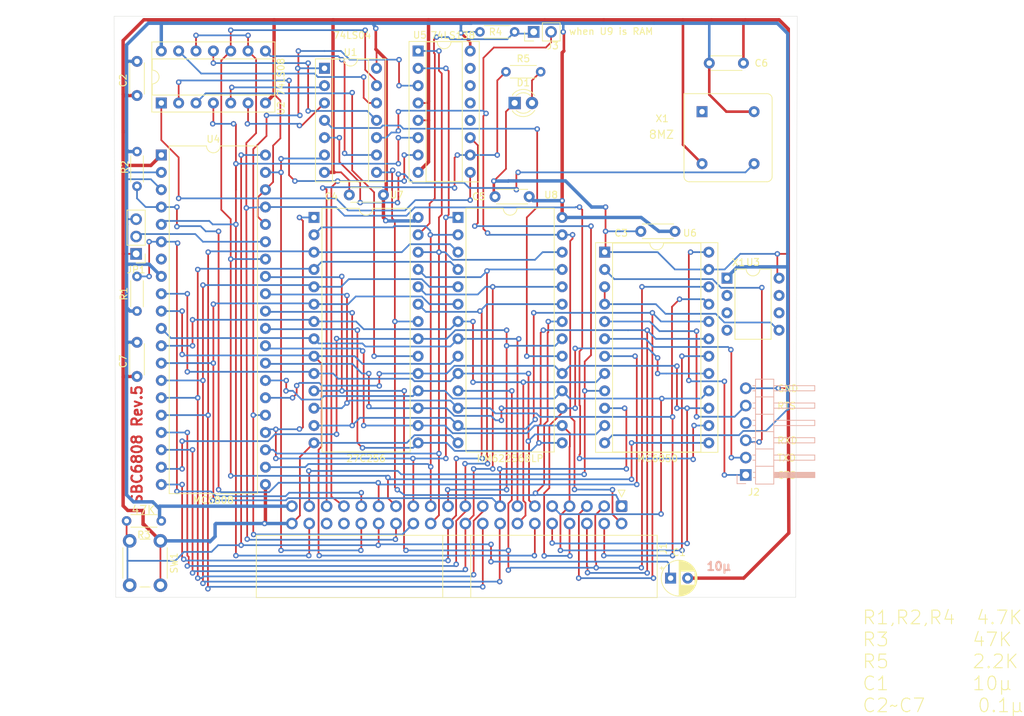
<source format=kicad_pcb>
(kicad_pcb (version 20221018) (generator pcbnew)
  (title_block (title "SBC6808") (date "2023-05-21") (rev "Rev5") (comment 1 "SBC6808 Rev5"))
  (layers (0 "F.Cu" signal) (31 "B.Cu" signal) (34 "B.Paste" user) (35 "F.Paste" user) (36 "B.SilkS" user "B.Silkscreen") (37 "F.SilkS" user "F.Silkscreen") (38 "B.Mask" user) (39 "F.Mask" user) (44 "Edge.Cuts" user))
  (net 0 "")
  (net 1 "GND")
  (net 2 "VCC")
  (net 3 "/CD0")
  (net 4 "/CD2")
  (net 5 "/CD4")
  (net 6 "/CD6")
  (net 7 "/A0")
  (net 8 "/A2")
  (net 9 "/A4")
  (net 10 "/A6")
  (net 11 "/A8")
  (net 12 "/A10")
  (net 13 "/A12")
  (net 14 "/A14")
  (net 15 "/CD1")
  (net 16 "/CD3")
  (net 17 "/CD5")
  (net 18 "/CD7")
  (net 19 "/A1")
  (net 20 "/A3")
  (net 21 "/A5")
  (net 22 "/A7")
  (net 23 "/A9")
  (net 24 "/A11")
  (net 25 "/A13")
  (net 26 "/A15")
  (net 27 "/E")
  (net 28 "/VMA")
  (net 29 "/CTS")
  (net 30 "/TXD")
  (net 31 "/RXD")
  (net 32 "/RTS")
  (net 33 "Net-(U1-Pad9)")
  (net 34 "Net-(U1-Pad12)")
  (net 36 "Net-(U1-Pad2)")
  (net 37 "Net-(U1-Pad11)")
  (net 38 "/~{RES}")
  (net 39 "/~{IRQ}")
  (net 40 "/~{RD}")
  (net 41 "/R~{W}")
  (net 42 "/~{NMI}")
  (net 43 "/~{WR}")
  (net 44 "/MCLK")
  (net 45 "/~{E000}")
  (net 46 "/~{A000}")
  (net 47 "/~{8000}")
  (net 50 "Net-(JP1-C)")
  (net 51 "Net-(X1-OUT)")
  (net 52 "/~{C000}")
  (net 53 "Net-(U1-Pad3)")
  (net 54 "Net-(U8-~{CS})")
  (net 55 "Net-(U7-~{CE})")
  (net 59 "Net-(U3-RA2)")
  (net 68 "Net-(J3-Pin_1)")
  (net 69 "Net-(D1-A)")
  (footprint "Resistor_THT:R_Axial_DIN0204_L3.6mm_D1.6mm_P5.08mm_Horizontal" (layer "F.Cu") (at 77.343 79.502 -90)
    (fp_text reference "R2")
    (fp_text value "R")
  )
  (footprint "Connector_IDC:IDC-Header_2x20_P2.54mm_Horizontal" (layer "F.Cu") (at 148.2725 131.445 -90)
    (fp_text reference "J1")
    (fp_text value "Conn_02x20_Odd_Even")
  )
  (footprint "Resistor_THT:R_Axial_DIN0204_L3.6mm_D1.6mm_P5.08mm_Horizontal" (layer "F.Cu") (at 80.899 133.604 180)
    (fp_text reference "R3")
    (fp_text value "R")
  )
  (footprint "Package_DIP:DIP-14_W7.62mm_Socket" (layer "F.Cu") (at 80.899 72.39 90)
    (fp_text reference "U2")
    (fp_text value "74LS08")
  )
  (footprint "Package_DIP:DIP-16_W7.62mm_Socket" (layer "F.Cu") (at 118.491 64.77)
    (fp_text reference "U5")
    (fp_text value "74LS138" hide)
  )
  (footprint "Package_DIP:DIP-40_W15.24mm" (layer "F.Cu") (at 80.899 80.01)
    (fp_text reference "U4")
    (fp_text value "CPU_MC6808")
  )
  (footprint "Package_DIP:DIP-28_W15.24mm" (layer "F.Cu") (at 103.251 89.154)
    (fp_text reference "U7")
    (fp_text value "EPROM_27C256")
  )
  (footprint "Package_DIP:DIP-28_W15.24mm" (layer "F.Cu") (at 124.333 89.154)
    (fp_text reference "U8")
    (fp_text value "HM62256BLP")
  )
  (footprint "Package_DIP:DIP-24_W15.24mm_Socket" (layer "F.Cu") (at 145.796 94.234)
    (fp_text reference "U6")
    (fp_text value "SBC6808_Rev3-rescue_MC6850-Interface_UART-SBC6808-rescue-SBC6808_Rev1-rescue-SBC6808_Rev2-rescue" hide)
  )
  (footprint "Resistor_THT:R_Axial_DIN0204_L3.6mm_D1.6mm_P5.08mm_Horizontal" (layer "F.Cu") (at 77.343 102.87 90)
    (fp_text reference "R1")
    (fp_text value "R")
  )
  (footprint "Capacitor_THT:C_Disc_D4.3mm_W1.9mm_P5.00mm" (layer "F.Cu") (at 77.343 66.294 -90)
    (fp_text reference "C2")
    (fp_text value "My_Device_C_Small")
  )
  (footprint "Capacitor_THT:C_Disc_D4.3mm_W1.9mm_P5.00mm" (layer "F.Cu") (at 156.083 91.186 180)
    (fp_text reference "C3")
    (fp_text value "My_Device_C_Small")
  )
  (footprint "Capacitor_THT:C_Disc_D4.3mm_W1.9mm_P5.00mm" (layer "F.Cu") (at 113.411 85.852 180)
    (fp_text reference "C4")
    (fp_text value "My_Device_C_Small" hide)
  )
  (footprint "Capacitor_THT:C_Disc_D4.3mm_W1.9mm_P5.00mm" (layer "F.Cu") (at 134.747 86.106 180)
    (fp_text reference "C5")
    (fp_text value "My_Device_C_Small" hide)
  )
  (footprint "Capacitor_THT:C_Disc_D4.3mm_W1.9mm_P5.00mm" (layer "F.Cu") (at 77.343 107.442 -90)
    (fp_text reference "C7")
    (fp_text value "My_Device_C_Small")
  )
  (footprint "Capacitor_THT:C_Disc_D4.3mm_W1.9mm_P5.00mm" (layer "F.Cu") (at 161.106 66.548)
    (fp_text reference "C6")
    (fp_text value "My_Device_C_Small")
  )
  (footprint "Button_Switch_THT:SW_PUSH_6mm_H4.3mm" (layer "F.Cu") (at 80.772 136.525 -90)
    (fp_text reference "SW1")
    (fp_text value "SW_Push")
  )
  (footprint "Capacitor_THT:CP_Radial_D5.0mm_P2.50mm" (layer "F.Cu") (at 155.448 141.986)
    (fp_text reference "C1")
    (fp_text value "CP1_Small")
  )
  (footprint "Oscillator:Oscillator_DIP-8" (layer "F.Cu") (at 160.05 73.66 -90)
    (fp_text reference "X1")
    (fp_text value "CXO_DIP8")
  )
  (footprint "Connector_PinHeader_2.54mm:PinHeader_1x03_P2.54mm_Vertical" (layer "F.Cu") (at 77.216 94.488 180)
    (fp_text reference "JP1")
    (fp_text value "~" hide)
  )
  (footprint "Package_DIP:DIP-8_W7.62mm" (layer "F.Cu") (at 163.703 98.044)
    (fp_text reference "U3")
    (fp_text value "PIC12F1822-IMC")
  )
  (footprint "LED_THT:LED_D3.0mm" (layer "F.Cu") (at 132.618 72.39)
    (fp_text reference "D1")
    (fp_text value "LED_Small")
  )
  (footprint "Resistor_THT:R_Axial_DIN0204_L3.6mm_D1.6mm_P5.08mm_Horizontal" (layer "F.Cu") (at 131.348 67.818)
    (fp_text reference "R5")
    (fp_text value "R")
  )
  (footprint "Connector_PinHeader_2.54mm:PinHeader_1x02_P2.54mm_Vertical" (layer "F.Cu") (at 135.407 61.976 90)
    (fp_text reference "J3")
    (fp_text value "Conn_01x02")
  )
  (footprint "Package_DIP:DIP-14_W7.62mm_Socket" (layer "F.Cu") (at 104.785 67.305)
    (fp_text reference "U1")
    (fp_text value "74LS04")
  )
  (footprint "Resistor_THT:R_Axial_DIN0204_L3.6mm_D1.6mm_P5.08mm_Horizontal" (layer "F.Cu") (at 127.538 61.976)
    (fp_text reference "R4")
    (fp_text value "R")
  )
  (footprint "Connector_PinHeader_2.54mm:PinHeader_1x06_P2.54mm_Horizontal" (layer "B.Cu") (at 166.4462 126.873)
    (fp_text reference "J2")
    (fp_text value "Conn_01x06")
  )
  (gr_line (start 74.2315 144.78) (end 173.766 144.78) (stroke (width 0.05)) (layer "Edge.Cuts"))
  (gr_line (start 73.982 59.69) (end 173.982 59.69) (stroke (width 0.05)) (layer "Edge.Cuts"))
  (gr_line (start 173.982 59.69) (end 173.766 144.78) (stroke (width 0.05)) (layer "Edge.Cuts"))
  (gr_line (start 73.982 59.69) (end 74.2315 144.78) (stroke (width 0.05)) (layer "Edge.Cuts"))
  (gr_text "SBC6808 Rev.5" (at 77.343 122.428 90) (layer "F.Cu") (effects (font (size 1.5 1.5) (thickness 0.3))))
  (gr_text "10μ" (at 160.558 140.97) (layer "B.SilkS") (effects (font (size 1.2 1.2) (thickness 0.3) bold) (justify left bottom)))
  (gr_text "27C256" (at 110.871 124.46) (layer "F.SilkS") (effects (font (size 1 1))))
  (gr_text "HM62256BLP" (at 131.953 124.46) (layer "F.SilkS") (effects (font (size 1 1))))
  (gr_text "MC6850" (at 153.543 124.46) (layer "F.SilkS") (effects (font (size 1 1))))
  (gr_text "MC6808" (at 88.519 130.556) (layer "F.SilkS") (effects (font (size 1 1))))
  (gr_text "74LS08" (at 98.425 68.58 90) (layer "F.SilkS") (effects (font (size 1 1))))
  (gr_text "74LS04" (at 108.839 62.484) (layer "F.SilkS") (effects (font (size 1 1))))
  (gr_text "RTS" (at 170.972 117.348) (layer "F.SilkS") (effects (font (size 1 1)) (justify left bottom)))
  (gr_text "47K" (at 76.439 132.684) (layer "F.SilkS") (effects (font (size 1.2 1.2)) (justify left bottom)))
  (gr_text "RXD" (at 170.972 122.428) (layer "F.SilkS") (effects (font (size 1 1)) (justify left bottom)))
  (gr_text "74LS138" (at 123.571 62.484) (layer "F.SilkS") (effects (font (size 1 1))))
  (gr_text "CTS" (at 170.972 127.508) (layer "F.SilkS") (effects (font (size 1 1)) (justify left bottom)))
  (gr_text "TXD" (at 170.972 124.968) (layer "F.SilkS") (effects (font (size 1 1)) (justify left bottom)))
  (gr_text "when U9 is RAM" (at 140.492 62.484) (layer "F.SilkS") (effects (font (size 1 1)) (justify left bottom)))
  (gr_text "X1" (at 165.384 95.758) (layer "F.SilkS") (effects (font (size 1 1))))
  (gr_text "R1,R2,R4  4.7K\nR3        47K\nR5        2.2K\nC1        10μ\nC2~C7     0.1μ" (at 183.418 161.798) (layer "F.SilkS") (effects (font (size 2 2)) (justify left bottom)))
  (gr_text "GND" (at 170.972 114.808) (layer "F.SilkS") (effects (font (size 1 1)) (justify left bottom)))
  (gr_text "8MZ" (at 152.176 77.724) (layer "F.SilkS") (effects (font (size 1.2 1.2)) (justify left bottom)))
  (segment (start 171.196 114.173) (end 172.368 114.173) (width 0.25) (layer "F.Cu") (net 1))
  (segment (start 172.671 81.534) (end 172.671 94.439) (width 0.5) (layer "F.Cu") (net 1))
  (segment (start 129.57 83.82) (end 129.57 85.929) (width 0.38) (layer "F.Cu") (net 1))
  (segment (start 119.761 72.39) (end 120.015 72.136) (width 0.25) (layer "F.Cu") (net 1))
  (segment (start 145.923 91.186) (end 145.923 94.107) (width 0.25) (layer "F.Cu") (net 1))
  (segment (start 132.618 72.39) (end 131.348 73.66) (width 0.25) (layer "F.Cu") (net 1))
  (segment (start 95.013999 86.215001) (end 95.013999 89.044999) (width 0.25) (layer "F.Cu") (net 1))
  (segment (start 75.311 63.246) (end 78.359 60.198) (width 0.5) (layer "F.Cu") (net 1))
  (segment (start 75.311 82.042) (end 75.311 81.534) (width 0.5) (layer "F.Cu") (net 1))
  (segment (start 172.671 94.439) (end 172.671 108.663) (width 0.5) (layer "F.Cu") (net 1))
  (segment (start 80.772 136.525) (end 80.772 143.025) (width 0.25) (layer "F.Cu") (net 1))
  (segment (start 172.368 114.173) (end 172.671 114.476) (width 0.25) (layer "F.Cu") (net 1))
  (segment (start 161.417 60.198) (end 166.4 60.198) (width 0.5) (layer "F.Cu") (net 1))
  (segment (start 97.264001 83.964999) (end 97.264001 78.630999) (width 0.25) (layer "F.Cu") (net 1))
  (segment (start 78.232 132.08) (end 78.232 134.112) (width 0.5) (layer "F.Cu") (net 1))
  (segment (start 75.485 71.294) (end 75.311 71.12) (width 0.5) (layer "F.Cu") (net 1))
  (segment (start 80.772 136.525) (end 78.359 134.112) (width 0.5) (layer "F.Cu") (net 1))
  (segment (start 120.015 72.136) (end 120.015 60.198) (width 0.5) (layer "F.Cu") (net 1))
  (segment (start 78.359 134.112) (end 78.232 134.112) (width 0.5) (layer "F.Cu") (net 1))
  (segment (start 166.106 66.548) (end 166.106 60.492) (width 0.38) (layer "F.Cu") (net 1))
  (segment (start 75.311 76.454) (end 75.311 71.12) (width 0.5) (layer "F.Cu") (net 1))
  (segment (start 106.045 60.198) (end 120.015 60.198) (width 0.5) (layer "F.Cu") (net 1))
  (segment (start 171.323 60.198) (end 172.671 61.546) (width 0.5) (layer "F.Cu") (net 1))
  (segment (start 100.0125 133.985) (end 101.187501 132.809999) (width 0.25) (layer "F.Cu") (net 1))
  (segment (start 172.671 108.663) (end 172.671 114.124) (width 0.5) (layer "F.Cu") (net 1))
  (segment (start 120.015 81.026) (end 120.015 74.93) (width 0.5) (layer "F.Cu") (net 1))
  (segment (start 75.311 76.708) (end 75.311 76.454) (width 0.5) (layer "F.Cu") (net 1))
  (segment (start 96.139 133.858) (end 96.012 133.985) (width 0.5) (layer "F.Cu") (net 1))
  (segment (start 108.488 83.82) (end 107.213 82.545) (width 0.25) (layer "F.Cu") (net 1))
  (segment (start 157.256 60.198) (end 161.417 60.198) (width 0.5) (layer "F.Cu") (net 1))
  (segment (start 171.069 97.79) (end 171.323 98.044) (width 0.25) (layer "F.Cu") (net 1))
  (segment (start 97.264001 78.630999) (end 98.328 77.567) (width 0.25) (layer "F.Cu") (net 1))
  (segment (start 95.013999 89.044999) (end 96.139 90.17) (width 0.25) (layer "F.Cu") (net 1))
  (segment (start 96.139 128.27) (end 96.139 133.858) (width 0.5) (layer "F.Cu") (net 1))
  (segment (start 77.343 71.294) (end 75.485 71.294) (width 0.5) (layer "F.Cu") (net 1))
  (segment (start 106.035 82.378) (end 106.202 82.545) (width 0.5) (layer "F.Cu") (net 1))
  (segment (start 77.343 112.442) (end 75.391 112.442) (width 0.5) (layer "F.Cu") (net 1))
  (segment (start 75.311 112.522) (end 75.311 131.393998) (width 0.5) (layer "F.Cu") (net 1))
  (segment (start 157.948 141.986) (end 166.146 141.986) (width 0.5) (layer "F.Cu") (net 1))
  (segment (start 172.671 114.124) (end 172.671 114.476) (width 0.5) (layer "F.Cu") (net 1))
  (segment (start 75.311 112.522) (end 75.311 94.488) (width 0.5) (layer "F.Cu") (net 1))
  (segment (start 172.622 94.488) (end 172.671 94.439) (width 0.25) (layer "F.Cu") (net 1))
  (segment (start 145.669 60.198) (end 157.256 60.198) (width 0.5) (layer "F.Cu") (net 1))
  (segment (start 101.187501 132.809999) (end 101.187501 124.237499) (width 0.25) (layer "F.Cu") (net 1))
  (segment (start 118.491 82.55) (end 120.015 81.026) (width 0.5) (layer "F.Cu") (net 1))
  (segment (start 106.045 60.198) (end 106.035 60.208) (width 0.5) (layer "F.Cu") (net 1))
  (segment (start 172.671 78.662) (end 172.671 81.534) (width 0.5) (layer "F.Cu") (net 1))
  (segment (start 166.106 60.492) (end 166.4 60.198) (width 0.38) (layer "F.Cu") (net 1))
  (segment (start 137.033 60.198) (end 145.669 60.198) (width 0.5) (layer "F.Cu") (net 1))
  (segment (start 78.359 60.198) (end 97.409 60.198) (width 0.5) (layer "F.Cu") (net 1))
  (segment (start 171.069 94.488) (end 172.622 94.488) (width 0.25) (layer "F.Cu") (net 1))
  (segment (start 106.035 60.208) (end 106.035 82.378) (width 0.5) (layer "F.Cu") (net 1))
  (segment (start 79.375 81.534) (end 75.311 81.534) (width 0.5) (layer "F.Cu") (net 1))
  (segment (start 75.391 112.442) (end 75.311 112.522) (width 0.5) (layer "F.Cu") (net 1))
  (segment (start 120.015 60.198) (end 137.033 60.198) (width 0.5) (layer "F.Cu") (net 1))
  (segment (start 157.256 78.486) (end 157.256 60.198) (width 0.38) (layer "F.Cu") (net 1))
  (segment (start 172.622 114.173) (end 172.671 114.124) (width 0.25) (layer "F.Cu") (net 1))
  (segment (start 101.187501 124.237499) (end 103.251 122.174) (width 0.25) (layer "F.Cu") (net 1))
  (segment (start 96.139 85.09) (end 95.013999 86.215001) (width 0.25) (layer "F.Cu") (net 1))
  (segment (start 75.311 131.393998) (end 75.997002 132.08) (width 0.5) (layer "F.Cu") (net 1))
  (segment (start 166.146 141.986) (end 172.75 135.382) (width 0.5) (layer "F.Cu") (net 1))
  (segment (start 172.671 61.546) (end 172.671 78.662) (width 0.5) (layer "F.Cu") (net 1))
  (segment (start 97.409 60.198) (end 106.045 60.198) (width 0.5) (layer "F.Cu") (net 1))
  (segment (start 75.311 71.12) (end 75.311 63.246) (width 0.5) (layer "F.Cu") (net 1))
  (segment (start 96.139 72.39) (end 97.409 71.12) (width 0.5) (layer "F.Cu") (net 1))
  (segment (start 160.05 81.28) (end 157.256 78.486) (width 0.38) (layer "F.Cu") (net 1))
  (segment (start 77.216 94.488) (end 75.311 94.488) (width 0.25) (layer "F.Cu") (net 1))
  (segment (start 131.348 82.042) (end 129.57 83.82) (width 0.25) (layer "F.Cu") (net 1))
  (segment (start 108.411 85.852) (end 108.411 83.897) (width 0.25) (layer "F.Cu") (net 1))
  (segment (start 75.311 76.708) (end 75.311 82.042) (width 0.5) (layer "F.Cu") (net 1))
  (segment (start 75.311 94.488) (end 75.311 82.042) (width 0.5) (layer "F.Cu") (net 1))
  (segment (start 107.213 82.545) (end 104.785 82.545) (width 0.25) (layer "F.Cu") (net 1))
  (segment (start 108.411 83.897) (end 108.488 83.82) (width 0.25) (layer "F.Cu") (net 1))
  (segment (start 131.348 73.66) (end 131.348 82.042) (width 0.25) (layer "F.Cu") (net 1))
  (segment (start 98.328 77.567) (end 98.328 72.039) (width 0.25) (layer "F.Cu") (net 1))
  (segment (start 118.491 74.93) (end 120.015 74.93) (width 0.25) (layer "F.Cu") (net 1))
  (segment (start 171.069 94.488) (end 171.069 97.79) (width 0.25) (layer "F.Cu") (net 1))
  (segment (start 97.409 71.12) (end 97.409 60.198) (width 0.5) (layer "F.Cu") (net 1))
  (segment (start 120.015 74.93) (end 120.015 72.136) (width 0.5) (layer "F.Cu") (net 1))
  (segment (start 129.57 85.929) (end 129.747 86.106) (width 0.38) (layer "F.Cu") (net 1))
  (segment (start 106.202 82.545) (end 104.785 82.545) (width 0.5) (layer "F.Cu") (net 1))
  (segment (start 75.997002 132.08) (end 78.232 132.08) (width 0.5) (layer "F.Cu") (net 1))
  (segment (start 118.491 72.39) (end 119.761 72.39) (width 0.25) (layer "F.Cu") (net 1))
  (segment (start 145.923 91.186) (end 145.923 87.63) (width 0.25) (layer "F.Cu") (net 1))
  (segment (start 96.139 85.09) (end 97.264001 83.964999) (width 0.25) (layer "F.Cu") (net 1))
  (segment (start 98.328 72.039) (end 97.409 71.12) (width 0.25) (layer "F.Cu") (net 1))
  (segment (start 166.4 60.198) (end 171.323 60.198) (width 0.5) (layer "F.Cu") (net 1))
  (segment (start 172.671 114.476) (end 172.75 135.382) (width 0.5) (layer "F.Cu") (net 1))
  (segment (start 80.899 80.01) (end 79.375 81.534) (width 0.5) (layer "F.Cu") (net 1))
  (segment (start 145.923 94.107) (end 145.796 94.234) (width 0.25) (layer "F.Cu") (net 1))
  (via (at 171.196 114.173) (size 0.8) (drill 0.4) (layers "F.Cu" "B.Cu") (net 1))
  (via (at 96.012 133.985) (size 0.8) (drill 0.4) (layers "F.Cu" "B.Cu") (net 1))
  (via (at 171.069 94.488) (size 0.8) (drill 0.4) (layers "F.Cu" "B.Cu") (net 1))
  (via (at 145.923 91.186) (size 0.8) (drill 0.4) (layers "F.Cu" "B.Cu") (net 1))
  (via (at 145.923 87.63) (size 0.8) (drill 0.4) (layers "F.Cu" "B.Cu") (net 1))
  (via (at 129.57 83.82) (size 0.8) (drill 0.4) (layers "F.Cu" "B.Cu") (net 1))
  (segment (start 151.083 91.186) (end 145.923 91.186) (width 0.25) (layer "B.Cu") (net 1))
  (segment (start 117.950999 121.048999) (end 123.207999 121.048999) (width 0.25) (layer "B.Cu") (net 1))
  (segment (start 166.4462 114.173) (end 171.196 114.173) (width 0.25) (layer "B.Cu") (net 1))
  (segment (start 153.543 94.234) (end 156.083 96.774) (width 0.25) (layer "B.Cu") (net 1))
  (segment (start 96.012 133.985) (end 88.9 133.985) (width 0.5) (layer "B.Cu") (net 1))
  (segment (start 129.57 83.82) (end 131.674002 83.82) (width 0.5) (layer "B.Cu") (net 1))
  (segment (start 80.772 136.525) (end 87.884 136.525) (width 0.5) (layer "B.Cu") (net 1))
  (segment (start 143.891 87.63) (end 145.923 87.63) (width 0.5) (layer "B.Cu") (net 1))
  (segment (start 87.884 136.525) (end 88.011 136.652) (width 0.5) (layer "B.Cu") (net 1))
  (segment (start 103.251 122.174) (end 116.825998 122.174) (width 0.25) (layer "B.Cu") (net 1))
  (segment (start 88.011 136.652) (end 88.773 135.89) (width 0.5) (layer "B.Cu") (net 1))
  (segment (start 116.825998 122.174) (end 117.950999 121.048999) (width 0.25) (layer "B.Cu") (net 1))
  (segment (start 131.674002 83.82) (end 131.694001 83.800001) (width 0.5) (layer "B.Cu") (net 1))
  (segment (start 165.638 94.488) (end 171.069 94.488) (width 0.25) (layer "B.Cu") (net 1))
  (segment (start 88.773 134.112) (end 88.773 135.89) (width 0.5) (layer "B.Cu") (net 1))
  (segment (start 145.796 94.234) (end 153.543 94.234) (width 0.25) (layer "B.Cu") (net 1))
  (segment (start 131.694001 83.800001) (end 140.061001 83.800001) (width 0.5) (layer "B.Cu") (net 1))
  (segment (start 123.207999 121.048999) (end 124.333 122.174) (width 0.25) (layer "B.Cu") (net 1))
  (segment (start 156.083 96.774) (end 161.036 96.774) (width 0.25) (layer "B.Cu") (net 1))
  (segment (start 140.061001 83.800001) (end 143.891 87.63) (width 0.5) (layer "B.Cu") (net 1))
  (segment (start 163.352 96.774) (end 165.638 94.488) (width 0.25) (layer "B.Cu") (net 1))
  (segment (start 161.036 96.774) (end 163.352 96.774) (width 0.25) (layer "B.Cu") (net 1))
  (segment (start 100.0125 133.985) (end 96.012 133.985) (width 0.5) (layer "B.Cu") (net 1))
  (segment (start 88.9 133.985) (end 88.773 134.112) (width 0.5) (layer "B.Cu") (net 1))
  (segment (start 113.411 86.106) (end 113.822 85.695) (width 0.5) (layer "F.Cu") (net 2))
  (segment (start 139.73 61.976) (end 139.827 62.327) (width 0.38) (layer "F.Cu") (net 2))
  (segment (start 126.111 63.476687) (end 126.111 64.77) (width 0.38) (layer "F.Cu") (net 2))
  (segment (start 163.606 73.66) (end 161.106 71.16) (width 0.38) (layer "F.Cu") (net 2))
  (segment (start 167.67 73.66) (end 163.606 73.66) (width 0.38) (layer "F.Cu") (net 2))
  (segment (start 139.573 86.70201) (end 139.573 65.024) (width 0.5) (layer "F.Cu") (net 2))
  (segment (start 124.754947 62.120634) (end 126.111 63.476687) (width 0.38) (layer "F.Cu") (net 2))
  (segment (start 112.405 64.623) (end 112.298 64.516) (width 0.25) (layer "F.Cu") (net 2))
  (segment (start 139.73 62.23) (end 139.73 61.976) (width 0.38) (layer "F.Cu") (net 2))
  (segment (start 139.827 64.77) (end 139.827 62.327) (width 0.38) (layer "F.Cu") (net 2))
  (segment (start 113.822 85.695) (end 113.822 66.04) (width 0.5) (layer "F.Cu") (net 2))
  (segment (start 161.106 71.16) (end 161.106 66.548) (width 0.38) (layer "F.Cu") (net 2))
  (segment (start 112.405 67.305) (end 112.405 64.623) (width 0.25) (layer "F.Cu") (net 2))
  (segment (start 113.7435 89.6245) (end 113.7435 89.4865) (width 0.5) (layer "F.Cu") (net 2))
  (segment (start 113.822 66.04) (end 112.298 64.516) (width 0.5) (layer "F.Cu") (net 2))
  (segment (start 139.573 89.154) (end 139.573 86.70201) (width 0.5) (layer "F.Cu") (net 2))
  (segment (start 113.411 89.154) (end 113.411 86.106) (width 0.5) (layer "F.Cu") (net 2))
  (segment (start 112.298 61.468) (end 112.298 64.516) (width 0.38) (layer "F.Cu") (net 2))
  (segment (start 113.7435 89.4865) (end 113.411 89.154) (width 0.5) (layer "F.Cu") (net 2))
  (segment (start 139.573 65.024) (end 139.827 64.77) (width 0.5) (layer "F.Cu") (net 2))
  (via (at 124.754947 62.120634) (size 0.8) (drill 0.4) (layers "F.Cu" "B.Cu") (net 2))
  (via (at 112.298 61.468) (size 0.8) (drill 0.4) (layers "F.Cu" "B.Cu") (net 2))
  (via (at 113.7435 89.6245) (size 0.8) (drill 0.4) (layers "F.Cu" "B.Cu") (net 2))
  (via (at 139.573 86.70201) (size 0.8) (drill 0.4) (layers "F.Cu" "B.Cu") (net 2))
  (via (at 139.73 61.976) (size 0.8) (drill 0.4) (layers "F.Cu" "B.Cu") (net 2))
  (segment (start 80.645 131.826) (end 80.645 133.35) (width 0.5) (layer "B.Cu") (net 2))
  (segment (start 171.069 60.706) (end 166.751 60.706) (width 0.5) (layer "B.Cu") (net 2))
  (segment (start 124.899581 61.976) (end 124.754947 62.120634) (width 0.25) (layer "B.Cu") (net 2))
  (segment (start 160.558 60.706) (end 153.035 60.706) (width 0.5) (layer "B.Cu") (net 2))
  (segment (start 169.385999 120.428001) (end 172.593 117.221) (width 0.25) (layer "B.Cu") (net 2))
  (segment (start 139.73 60.706) (end 139.7 60.676) (width 0.5) (layer "B.Cu") (net 2))
  (segment (start 76.073 82.55) (end 75.819 82.296) (width 0.25) (layer "B.Cu") (net 2))
  (segment (start 80.899 85.09) (end 79.365999 83.556999) (width 0.25) (layer "B.Cu") (net 2))
  (segment (start 124.754947 62.120634) (end 124.754947 60.949053) (width 0.38) (layer "B.Cu") (net 2))
  (segment (start 78.994 60.706) (end 81.788 60.706) (width 0.5) (layer "B.Cu") (net 2))
  (segment (start 135.34301 86.70201) (end 139.573 86.70201) (width 0.5) (layer "B.Cu") (net 2))
  (segment (start 80.899 97.79) (end 79.121 96.012) (width 0.5) (layer "B.Cu") (net 2))
  (segment (start 166.072197 120.428001) (end 169.385999 120.428001) (width 0.25) (layer "B.Cu") (net 2))
  (segment (start 75.819 107.442) (end 75.819 129.794) (width 0.5) (layer "B.Cu") (net 2))
  (segment (start 145.796 122.174) (end 146.921001 121.048999) (width 0.25) (layer "B.Cu") (net 2))
  (segment (start 166.751 60.706) (end 161.066 60.706) (width 0.5) (layer "B.Cu") (net 2))
  (segment (start 77.343 79.502) (end 76.073 79.502) (width 0.5) (layer "B.Cu") (net 2))
  (segment (start 124.754947 60.949053) (end 124.998 60.706) (width 0.38) (layer "B.Cu") (net 2))
  (segment (start 172.593 96.774) (end 172.593 96.393) (width 0.5) (layer "B.Cu") (net 2))
  (segment (start 111.887 60.706) (end 81.788 60.706) (width 0.5) (layer "B.Cu") (net 2))
  (segment (start 172.593 99.568) (end 172.593 99.314) (width 0.5) (layer "B.Cu") (net 2))
  (segment (start 165.227 96.393) (end 172.593 96.393) (width 0.5) (layer "B.Cu") (net 2))
  (segment (start 172.593 62.23) (end 171.069 60.706) (width 0.5) (layer "B.Cu") (net 2))
  (segment (start 75.819 66.294) (end 75.819 79.248) (width 0.5) (layer "B.Cu") (net 2))
  (segment (start 75.819 129.794) (end 76.835 130.81) (width 0.5) (layer "B.Cu") (net 2))
  (segment (start 77.343 107.442) (end 75.819 107.442) (width 0.5) (layer "B.Cu") (net 2))
  (segment (start 146.921001 121.048999) (end 165.451199 121.048999) (width 0.25) (layer "B.Cu") (net 2))
  (segment (start 80.675 131.445) (end 80.4695 131.6505) (width 0.5) (layer "B.Cu") (net 2))
  (segment (start 77.216 89.408) (end 75.946 89.408) (width 0.25) (layer "B.Cu") (net 2))
  (segment (start 79.121 96.012) (end 75.819 96.012) (width 0.5) (layer "B.Cu") (net 2))
  (segment (start 172.593 99.314) (end 172.593 96.774) (width 0.5) (layer "B.Cu") (net 2))
  (segment (start 75.819 89.281) (end 75.819 90.17) (width 0.5) (layer "B.Cu") (net 2))
  (segment (start 75.819 90.17) (end 75.819 96.012) (width 0.5) (layer "B.Cu") (net 2))
  (segment (start 134.747 86.106) (end 135.34301 86.70201) (width 0.5) (layer "B.Cu") (net 2))
  (segment (start 117.983 89.662) (end 118.491 89.154) (width 0.5) (layer "B.Cu") (net 2))
  (segment (start 75.819 82.296) (end 75.819 83.566) (width 0.5) (layer "B.Cu") (net 2))
  (segment (start 75.819 63.881) (end 78.994 60.706) (width 0.5) (layer "B.Cu") (net 2))
  (segment (start 76.327 102.87) (end 75.819 102.362) (width 0.5) (layer "B.Cu") (net 2))
  (segment (start 161.066 60.706) (end 160.558 60.706) (width 0.5) (layer "B.Cu") (net 2))
  (segment (start 161.106 60.746) (end 161.066 60.706) (width 0.38) (layer "B.Cu") (net 2))
  (segment (start 139.573 89.154) (end 151.13 89.154) (width 0.5) (layer "B.Cu") (net 2))
  (segment (start 139.73 61.976) (end 139.73 60.706) (width 0.38) (layer "B.Cu") (net 2))
  (segment (start 77.343 102.87) (end 76.327 102.87) (width 0.5) (layer "B.Cu") (net 2))
  (segment (start 126.298 60.676) (end 126.268 60.706) (width 0.5) (layer "B.Cu") (net 2))
  (segment (start 75.819 96.012) (end 75.819 102.362) (width 0.5) (layer "B.Cu") (net 2))
  (segment (start 75.819 83.566) (end 75.819 89.281) (width 0.5) (layer "B.Cu") (net 2))
  (segment (start 100.0125 131.445) (end 80.675 131.445) (width 0.5) (layer "B.Cu") (net 2))
  (segment (start 113.781 89.662) (end 117.983 89.662) (width 0.5) (layer "B.Cu") (net 2))
  (segment (start 112.298 61.468) (end 111.887 60.706) (width 0.5) (layer "B.Cu") (net 2))
  (segment (start 75.819 79.248) (end 75.819 82.296) (width 0.5) (layer "B.Cu") (net 2))
  (segment (start 113.7435 89.6245) (end 113.781 89.662) (width 0.5) (layer "B.Cu") (net 2))
  (segment (start 76.073 79.502) (end 75.819 79.248) (width 0.5) (layer "B.Cu") (net 2))
  (segment (start 165.451199 121.048999) (end 166.072197 120.428001) (width 0.25) (layer "B.Cu") (net 2))
  (segment (start 79.629 130.81) (end 80.4695 131.6505) (width 0.5) (layer "B.Cu") (net 2))
  (segment (start 161.106 66.548) (end 161.106 60.746) (width 0.38) (layer "B.Cu") (net 2))
  (segment (start 126.111 60.706) (end 111.887 60.706) (width 0.5) (layer "B.Cu") (net 2))
  (segment (start 163.576 98.044) (end 165.227 96.393) (width 0.5) (layer "B.Cu") (net 2))
  (segment (start 75.819 66.294) (end 75.819 63.881) (width 0.5) (layer "B.Cu") (net 2))
  (segment (start 153.745812 91.186) (end 156.083 91.186) (width 0.5) (layer "B.Cu") (net 2))
  (segment (start 80.899 82.55) (end 76.073 82.55) (width 0.25) (layer "B.Cu") (net 2))
  (segment (start 79.365999 83.556999) (end 75.828001 83.556999) (width 0.25) (layer "B.Cu") (net 2))
  (segment (start 127.538 61.976) (end 124.899581 61.976) (width 0.25) (layer "B.Cu") (net 2))
  (segment (start 124.998 60.706) (end 126.268 60.706) (width 0.38) (layer "B.Cu") (net 2))
  (segment (start 77.343 66.294) (end 75.819 66.294) (width 0.5) (layer "B.Cu") (net 2))
  (segment (start 80.899 64.77) (end 80.899 60.706) (width 0.5) (layer "B.Cu") (net 2))
  (segment (start 151.13 89.154) (end 153.745812 91.186) (width 0.5) (layer "B.Cu") (net 2))
  (segment (start 172.593 96.393) (end 172.593 62.23) (width 0.5) (layer "B.Cu") (net 2))
  (segment (start 81.788 60.706) (end 80.899 60.706) (width 0.5) (layer "B.Cu") (net 2))
  (segment (start 139.7 60.676) (end 126.298 60.676) (width 0.5) (layer "B.Cu") (net 2))
  (segment (start 126.268 60.706) (end 126.111 60.706) (width 0.5) (layer "B.Cu") (net 2))
  (segment (start 80.645 133.35) (end 80.899 133.604) (width 0.5) (layer "B.Cu") (net 2))
  (segment (start 76.835 130.81) (end 79.629 130.81) (width 0.5) (layer "B.Cu") (net 2))
  (segment (start 80.4695 131.6505) (end 80.645 131.826) (width 0.5) (layer "B.Cu") (net 2))
  (segment (start 172.593 102.87) (end 172.593 99.568) (width 0.5) (layer "B.Cu") (net 2))
  (segment (start 153.035 60.706) (end 139.73 60.706) (width 0.5) (layer "B.Cu") (net 2))
  (segment (start 75.946 89.408) (end 75.819 89.281) (width 0.25) (layer "B.Cu") (net 2))
  (segment (start 75.819 102.362) (end 75.819 107.442) (width 0.5) (layer "B.Cu") (net 2))
  (segment (start 75.828001 83.556999) (end 75.819 83.566) (width 0.25) (layer "B.Cu") (net 2))
  (segment (start 172.593 117.221) (end 172.593 102.87) (width 0.5) (layer "B.Cu") (net 2))
  (segment (start 151.16 140.462) (end 151.257 140.365) (width 0.25) (layer "F.Cu") (net 3))
  (segment (start 131.699 131.039498) (end 131.699 137.922) (width 0.25) (layer "F.Cu") (net 3))
  (segment (start 116.459 114.554) (end 116.427501 114.839499) (width 0.25) (layer "F.Cu") (net 3))
  (segment (start 131.699 137.922) (end 131.699 140.240325) (width 0.25) (layer "F.Cu") (net 3))
  (segment (start 132.207 130.531498) (end 131.699 131.039498) (width 0.25) (layer "F.Cu") (net 3))
  (segment (start 144.556 140.462) (end 144.556 139.671431) (width 0.25) (layer "F.Cu") (net 3))
  (segment (start 107.315 97.79) (end 107.315 114.51701) (width 0.25) (layer "F.Cu") (net 3))
  (segment (start 107.315 114.51701) (end 107.35199 114.554) (width 0.25) (layer "F.Cu") (net 3))
  (segment (start 132.207 114.554) (end 132.207 130.531498) (width 0.25) (layer "F.Cu") (net 3))
  (segment (start 131.699 140.240325) (end 131.699 140.80601) (width 0.25) (layer "F.Cu") (net 3))
  (segment (start 151.257 140.365) (end 151.257 99.314) (width 0.25) (layer "F.Cu") (net 3))
  (segment (start 116.427501 137.636501) (end 116.713 137.922) (width 0.25) (layer "F.Cu") (net 3))
  (segment (start 116.427501 114.839499) (end 116.427501 137.636501) (width 0.25) (layer "F.Cu") (net 3))
  (segment (start 144.420075 132.757425) (end 145.7325 131.445) (width 0.25) (layer "F.Cu") (net 3))
  (segment (start 144.420075 139.535506) (end 144.420075 132.757425) (width 0.25) (layer "F.Cu") (net 3))
  (segment (start 144.556 139.671431) (end 144.420075 139.535506) (width 0.25) (layer "F.Cu") (net 3))
  (via (at 107.35199 114.554) (size 0.8) (drill 0.4) (layers "F.Cu" "B.Cu") (net 3))
  (via (at 116.713 137.922) (size 0.8) (drill 0.4) (layers "F.Cu" "B.Cu") (net 3))
  (via (at 144.556 140.462) (size 0.8) (drill 0.4) (layers "F.Cu" "B.Cu") (net 3))
  (via (at 151.16 140.462) (size 0.8) (drill 0.4) (layers "F.Cu" "B.Cu") (net 3))
  (via (at 131.699 137.922) (size 0.8) (drill 0.4) (layers "F.Cu" "B.Cu") (net 3))
  (via (at 131.699 140.80601) (size 0.8) (drill 0.4) (layers "F.Cu" "B.Cu") (net 3))
  (via (at 151.257 99.314) (size 0.8) (drill 0.4) (layers "F.Cu" "B.Cu") (net 3))
  (via (at 132.207 114.554) (size 0.8) (drill 0.4) (layers "F.Cu" "B.Cu") (net 3))
  (via (at 107.315 97.79) (size 0.8) (drill 0.4) (layers "F.Cu" "B.Cu") (net 3))
  (via (at 116.459 114.554) (size 0.8) (drill 0.4) (layers "F.Cu" "B.Cu") (net 3))
  (segment (start 116.459 114.554) (end 107.35199 114.554) (width 0.25) (layer "B.Cu") (net 3))
  (segment (start 103.251 114.554) (end 107.35199 114.554) (width 0.25) (layer "B.Cu") (net 3))
  (segment (start 144.552128 140.458128) (end 132.046882 140.458128) (width 0.25) (layer "B.Cu") (net 3))
  (segment (start 107.205999 97.899001) (end 107.315 97.79) (width 0.25) (layer "B.Cu") (net 3))
  (segment (start 144.556 140.462) (end 144.552128 140.458128) (width 0.25) (layer "B.Cu") (net 3))
  (segment (start 132.046882 140.458128) (end 131.699 140.80601) (width 0.25) (layer "B.Cu") (net 3))
  (segment (start 131.699 137.922) (end 116.713 137.922) (width 0.25) (layer "B.Cu") (net 3))
  (segment (start 124.333 114.554) (end 132.207 114.554) (width 0.25) (layer "B.Cu") (net 3))
  (segment (start 96.139 97.79) (end 96.248001 97.899001) (width 0.25) (layer "B.Cu") (net 3))
  (segment (start 96.248001 97.899001) (end 107.205999 97.899001) (width 0.25) (layer "B.Cu") (net 3))
  (segment (start 144.556 140.462) (end 151.16 140.462) (width 0.25) (layer "B.Cu") (net 3))
  (segment (start 151.257 99.314) (end 161.036 99.314) (width 0.25) (layer "B.Cu") (net 3))
  (segment (start 152.781 141.635) (end 152.781 103.124) (width 0.25) (layer "F.Cu") (net 4))
  (segment (start 135.412 118.524868) (end 135.627995 118.740863) (width 0.25) (layer "F.Cu") (net 4))
  (segment (start 152.938 141.732) (end 152.781 141.575) (width 0.25) (layer "F.Cu") (net 4))
  (segment (start 108.839 103.124) (end 108.839 119.634) (width 0.25) (layer "F.Cu") (net 4))
  (segment (start 142.017499 132.620001) (end 143.1925 131.445) (width 0.25) (layer "F.Cu") (net 4))
  (segment (start 142.017499 141.959441) (end 142.017499 132.620001) (width 0.25) (layer "F.Cu") (net 4))
  (segment (start 135.412 103.124) (end 135.412 118.524868) (width 0.25) (layer "F.Cu") (net 4))
  (segment (start 141.99094 141.986) (end 142.017499 141.959441) (width 0.25) (layer "F.Cu") (net 4))
  (via (at 152.938 141.986) (size 0.8) (drill 0.4) (layers "F.Cu" "B.Cu") (net 4))
  (via (at 152.781 103.124) (size 0.8) (drill 0.4) (layers "F.Cu" "B.Cu") (net 4))
  (via (at 141.99094 141.986) (size 0.8) (drill 0.4) (layers "F.Cu" "B.Cu") (net 4))
  (via (at 108.839 119.634) (size 0.8) (drill 0.4) (layers "F.Cu" "B.Cu") (net 4))
  (via (at 135.412 103.124) (size 0.8) (drill 0.4) (layers "F.Cu" "B.Cu") (net 4))
  (via (at 108.839 103.124) (size 0.8) (drill 0.4) (layers "F.Cu" "B.Cu") (net 4))
  (via (at 135.627995 118.740863) (size 0.8) (drill 0.4) (layers "F.Cu" "B.Cu") (net 4))
  (segment (start 152.781 103.124) (end 154.051 104.394) (width 0.25) (layer "B.Cu") (net 4))
  (segment (start 135.412 103.124) (end 152.781 103.124) (width 0.25) (layer "B.Cu") (net 4))
  (segment (start 96.139 102.87) (end 96.248001 102.979001) (width 0.25) (layer "B.Cu") (net 4))
  (segment (start 124.804002 120.105002) (end 134.263856 120.105002) (width 0.25) (layer "B.Cu") (net 4))
  (segment (start 154.051 104.394) (end 161.036 104.394) (width 0.25) (layer "B.Cu") (net 4))
  (segment (start 109.964001 118.508999) (end 123.207999 118.508999) (width 0.25) (layer "B.Cu") (net 4))
  (segment (start 108.839 119.634) (end 103.251 119.634) (width 0.25) (layer "B.Cu") (net 4))
  (segment (start 96.248001 102.979001) (end 108.694001 102.979001) (width 0.25) (layer "B.Cu") (net 4))
  (segment (start 108.694001 102.979001) (end 108.839 103.124) (width 0.25) (layer "B.Cu") (net 4))
  (segment (start 123.207999 118.508999) (end 124.333 119.634) (width 0.25) (layer "B.Cu") (net 4))
  (segment (start 124.333 119.634) (end 124.804002 120.105002) (width 0.25) (layer "B.Cu") (net 4))
  (segment (start 141.99094 141.986) (end 152.938 141.986) (width 0.25) (layer "B.Cu") (net 4))
  (segment (start 108.839 119.634) (end 109.964001 118.508999) (width 0.25) (layer "B.Cu") (net 4))
  (segment (start 134.263856 120.105002) (end 135.627995 118.740863) (width 0.25) (layer "B.Cu") (net 4))
  (segment (start 140.6525 122.759502) (end 140.698001 122.714001) (width 0.25) (layer "F.Cu") (net 5))
  (segment (start 110.52 119.634) (end 110.52 108.869) (width 0.25) (layer "F.Cu") (net 5))
  (segment (start 140.698001 120.759001) (end 139.573 119.634) (width 0.25) (layer "F.Cu") (net 5))
  (segment (start 157.099 137.898646) (end 157.099 109.474) (width 0.25) (layer "F.Cu") (net 5))
  (segment (start 110.52 108.869) (end 110.363 108.712) (width 0.25) (layer "F.Cu") (net 5))
  (segment (start 139.319 132.7785) (end 139.319 137.922) (width 0.25) (layer "F.Cu") (net 5))
  (segment (start 157.122354 137.922) (end 157.099 137.898646) (width 0.25) (layer "F.Cu") (net 5))
  (segment (start 140.6525 131.445) (end 139.319 132.7785) (width 0.25) (layer "F.Cu") (net 5))
  (segment (start 140.698001 122.714001) (end 140.698001 120.759001) (width 0.25) (layer "F.Cu") (net 5))
  (segment (start 140.6525 131.445) (end 140.6525 122.759502) (width 0.25) (layer "F.Cu") (net 5))
  (via (at 110.363 108.712) (size 0.8) (drill 0.4) (layers "F.Cu" "B.Cu") (net 5))
  (via (at 157.122354 137.922) (size 0.8) (drill 0.4) (layers "F.Cu" "B.Cu") (net 5))
  (via (at 110.52 119.634) (size 0.8) (drill 0.4) (layers "F.Cu" "B.Cu") (net 5))
  (via (at 139.319 137.922) (size 0.8) (drill 0.4) (layers "F.Cu" "B.Cu") (net 5))
  (via (at 157.099 109.474) (size 0.8) (drill 0.4) (layers "F.Cu" "B.Cu") (net 5))
  (segment (start 134.416569 120.759001) (end 135.54157 119.634) (width 0.25) (layer "B.Cu") (net 5))
  (segment (start 110.52 119.634) (end 118.491 119.634) (width 0.25) (layer "B.Cu") (net 5))
  (segment (start 96.538 108.349) (end 110 108.349) (width 0.25) (layer "B.Cu") (net 5))
  (segment (start 157.099 109.474) (end 161.036 109.474) (width 0.25) (layer "B.Cu") (net 5))
  (segment (start 96.139 107.95) (end 96.538 108.349) (width 0.25) (layer "B.Cu") (net 5))
  (segment (start 118.491 119.634) (end 122.429411 119.634) (width 0.25) (layer "B.Cu") (net 5))
  (segment (start 157.122354 137.922) (end 139.319 137.922) (width 0.25) (layer "B.Cu") (net 5))
  (segment (start 110 108.349) (end 110.363 108.712) (width 0.25) (layer "B.Cu") (net 5))
  (segment (start 122.429411 119.634) (end 123.554412 120.759001) (width 0.25) (layer "B.Cu") (net 5))
  (segment (start 123.554412 120.759001) (end 134.416569 120.759001) (width 0.25) (layer "B.Cu") (net 5))
  (segment (start 138.44163 119.634) (end 139.573 119.634) (width 0.25) (layer "B.Cu") (net 5))
  (segment (start 135.54157 119.634) (end 138.44163 119.634) (width 0.25) (layer "B.Cu") (net 5))
  (segment (start 154.051 132.588) (end 154.051 115.788002) (width 0.25) (layer "F.Cu") (net 6))
  (segment (start 99.187 114.5165) (end 99.187 113.03) (width 0.25) (layer "F.Cu") (net 6))
  (segment (start 99.1495 114.554) (end 99.187 114.5165) (width 0.25) (layer "F.Cu") (net 6))
  (segment (start 154.051 115.788002) (end 154.160001 115.679001) (width 0.25) (layer "F.Cu") (net 6))
  (via (at 154.160001 115.679001) (size 0.8) (drill 0.4) (layers "F.Cu" "B.Cu") (net 6))
  (via (at 99.187 113.03) (size 0.8) (drill 0.4) (layers "F.Cu" "B.Cu") (net 6))
  (via (at 154.051 132.588) (size 0.8) (drill 0.4) (layers "F.Cu" "B.Cu") (net 6))
  (via (at 99.1495 114.554) (size 0.8) (drill 0.4) (layers "F.Cu" "B.Cu") (net 6))
  (segment (start 117.729 115.316) (end 118.491 114.554) (width 0.25) (layer "B.Cu") (net 6))
  (segment (start 138.1125 131.445) (end 139.28751 132.62001) (width 0.25) (layer "B.Cu") (net 6))
  (segment (start 140.698001 115.679001) (end 144.035999 115.679001) (width 0.25) (layer "B.Cu") (net 6))
  (segment (start 144.035999 115.679001) (end 154.160001 115.679001) (width 0.25) (layer "B.Cu") (net 6))
  (segment (start 104.678 115.316) (end 117.729 115.316) (width 0.25) (layer "B.Cu") (net 6))
  (segment (start 122.429411 114.554) (end 123.554412 115.679001) (width 0.25) (layer "B.Cu") (net 6))
  (segment (start 104.17 115.824) (end 104.678 115.316) (width 0.25) (layer "B.Cu") (net 6))
  (segment (start 154.160001 115.679001) (end 159.910999 115.679001) (width 0.25) (layer "B.Cu") (net 6))
  (segment (start 159.910999 115.679001) (end 161.036 114.554) (width 0.25) (layer "B.Cu") (net 6))
  (segment (start 138.447999 115.679001) (end 139.573 114.554) (width 0.25) (layer "B.Cu") (net 6))
  (segment (start 154.01899 132.62001) (end 154.051 132.588) (width 0.25) (layer "B.Cu") (net 6))
  (segment (start 118.491 114.554) (end 122.429411 114.554) (width 0.25) (layer "B.Cu") (net 6))
  (segment (start 100.169008 114.554) (end 101.439008 115.824) (width 0.25) (layer "B.Cu") (net 6))
  (segment (start 139.28751 132.62001) (end 154.01899 132.62001) (width 0.25) (layer "B.Cu") (net 6))
  (segment (start 99.1495 114.554) (end 100.169008 114.554) (width 0.25) (layer "B.Cu") (net 6))
  (segment (start 139.573 114.554) (end 140.698001 115.679001) (width 0.25) (layer "B.Cu") (net 6))
  (segment (start 101.439008 115.824) (end 104.17 115.824) (width 0.25) (layer "B.Cu") (net 6))
  (segment (start 123.554412 115.679001) (end 138.447999 115.679001) (width 0.25) (layer "B.Cu") (net 6))
  (segment (start 96.139 113.03) (end 99.187 113.03) (width 0.25) (layer "B.Cu") (net 6))
  (segment (start 134.722501 130.595001) (end 135.5725 131.445) (width 0.25) (layer "F.Cu") (net 7))
  (segment (start 134.65 112.014) (end 134.65 121.8825) (width 0.25) (layer "F.Cu") (net 7))
  (segment (start 134.722501 122.030001) (end 134.722501 130.595001) (width 0.25) (layer "F.Cu") (net 7))
  (segment (start 84.709 111.76) (end 84.709 100.33) (width 0.25) (layer "F.Cu") (net 7))
  (segment (start 134.6125 121.92) (end 134.722501 122.030001) (width 0.25) (layer "F.Cu") (net 7))
  (segment (start 134.65 121.8825) (end 134.6125 121.92) (width 0.25) (layer "F.Cu") (net 7))
  (via (at 134.6125 121.92) (size 0.8) (drill 0.4) (layers "F.Cu" "B.Cu") (net 7))
  (via (at 84.709 100.33) (size 0.8) (drill 0.4) (layers "F.Cu" "B.Cu") (net 7))
  (via (at 84.709 111.76) (size 0.8) (drill 0.4) (layers "F.Cu" "B.Cu") (net 7))
  (via (at 134.65 112.014) (size 0.8) (drill 0.4) (layers "F.Cu" "B.Cu") (net 7))
  (segment (start 84.709 100.33) (end 80.899 100.33) (width 0.25) (layer "B.Cu") (net 7))
  (segment (start 106.807 112.776) (end 117.587998 112.776) (width 0.25) (layer "B.Cu") (net 7))
  (segment (start 134.6125 121.92) (end 135.596395 120.936105) (width 0.25) (layer "B.Cu") (net 7))
  (segment (start 123.207999 113.139001) (end 124.333 112.014) (width 0.25) (layer "B.Cu") (net 7))
  (segment (start 102.997 111.76) (end 84.709 111.76) (width 0.25) (layer "B.Cu") (net 7))
  (segment (start 103.251 112.014) (end 102.997 111.76) (width 0.25) (layer "B.Cu") (net 7))
  (segment (start 117.950999 113.139001) (end 123.207999 113.139001) (width 0.25) (layer "B.Cu") (net 7))
  (segment (start 134.65 112.014) (end 124.333 112.014) (width 0.25) (layer "B.Cu") (net 7))
  (segment (start 144.493895 120.936105) (end 145.796 119.634) (width 0.25) (layer "B.Cu") (net 7))
  (segment (start 106.045 112.014) (end 106.807 112.776) (width 0.25) (layer "B.Cu") (net 7))
  (segment (start 135.596395 120.936105) (end 144.493895 120.936105) (width 0.25) (layer "B.Cu") (net 7))
  (segment (start 103.251 112.014) (end 106.045 112.014) (width 0.25) (layer "B.Cu") (net 7))
  (segment (start 117.587998 112.776) (end 117.950999 113.139001) (width 0.25) (layer "B.Cu") (net 7))
  (segment (start 133.0325 131.445) (end 133.0325 107.1245) (width 0.25) (layer "F.Cu") (net 8))
  (segment (start 133.0325 107.1245) (end 133.223 106.934) (width 0.25) (layer "F.Cu") (net 8))
  (via (at 133.223 106.934) (size 0.8) (drill 0.4) (layers "F.Cu" "B.Cu") (net 8))
  (segment (start 123.207999 108.059001) (end 110.783005 108.059001) (width 0.25) (layer "B.Cu") (net 8))
  (segment (start 124.333 106.934) (end 123.207999 108.059001) (width 0.25) (layer "B.Cu") (net 8))
  (segment (start 133.223 106.934) (end 124.333 106.934) (width 0.25) (layer "B.Cu") (net 8))
  (segment (start 103.141999 106.824999) (end 82.313999 106.824999) (width 0.25) (layer "B.Cu") (net 8))
  (segment (start 82.313999 106.824999) (end 80.899 105.41) (width 0.25) (layer "B.Cu") (net 8))
  (segment (start 103.92599 107.60899) (end 103.251 106.934) (width 0.25) (layer "B.Cu") (net 8))
  (segment (start 110.332994 107.60899) (end 103.92599 107.60899) (width 0.25) (layer "B.Cu") (net 8))
  (segment (start 103.251 106.934) (end 103.141999 106.824999) (width 0.25) (layer "B.Cu") (net 8))
  (segment (start 110.783005 108.059001) (end 110.332994 107.60899) (width 0.25) (layer "B.Cu") (net 8))
  (segment (start 88.519 130.514655) (end 88.438665 130.59499) (width 0.25) (layer "F.Cu") (net 9))
  (segment (start 88.519 101.854) (end 88.519 110.49) (width 0.25) (layer "F.Cu") (net 9))
  (segment (start 148.971 117.348) (end 148.717 117.094) (width 0.25) (layer "F.Cu") (net 9))
  (segment (start 130.4925 126.0475) (end 130.429 125.984) (width 0.25) (layer "F.Cu") (net 9))
  (segment (start 130.4925 131.445) (end 130.4925 126.0475) (width 0.25) (layer "F.Cu") (net 9))
  (segment (start 88.519 110.49) (end 88.519 130.514655) (width 0.25) (layer "F.Cu") (net 9))
  (segment (start 148.971 125.984) (end 148.971 117.348) (width 0.25) (layer "F.Cu") (net 9))
  (via (at 88.519 110.49) (size 0.8) (drill 0.4) (layers "F.Cu" "B.Cu") (net 9))
  (via (at 88.519 101.854) (size 0.8) (drill 0.4) (layers "F.Cu" "B.Cu") (net 9))
  (via (at 148.971 125.984) (size 0.8) (drill 0.4) (layers "F.Cu" "B.Cu") (net 9))
  (via (at 148.717 117.094) (size 0.8) (drill 0.4) (layers "F.Cu" "B.Cu") (net 9))
  (via (at 88.438665 130.59499) (size 0.8) (drill 0.4) (layers "F.Cu" "B.Cu") (net 9))
  (via (at 130.429 125.984) (size 0.8) (drill 0.4) (layers "F.Cu" "B.Cu") (net 9))
  (segment (start 129.317499 130.269999) (end 99.448499 130.269999) (width 0.25) (layer "B.Cu") (net 9))
  (segment (start 130.429 125.984) (end 148.971 125.984) (width 0.25) (layer "B.Cu") (net 9))
  (segment (start 88.519 110.49) (end 80.899 110.49) (width 0.25) (layer "B.Cu") (net 9))
  (segment (start 88.628001 101.744999) (end 88.519 101.854) (width 0.25) (layer "B.Cu") (net 9))
  (segment (start 109.359001 100.728999) (end 108.234 101.854) (width 0.25) (layer "B.Cu") (net 9))
  (segment (start 99.123508 130.59499) (end 88.438665 130.59499) (width 0.25) (layer "B.Cu") (net 9))
  (segment (start 130.4925 131.445) (end 129.317499 130.269999) (width 0.25) (layer "B.Cu") (net 9))
  (segment (start 148.717 117.094) (end 145.796 117.094) (width 0.25) (layer "B.Cu") (net 9))
  (segment (start 103.141999 101.744999) (end 88.628001 101.744999) (width 0.25) (layer "B.Cu") (net 9))
  (segment (start 108.234 101.854) (end 103.251 101.854) (width 0.25) (layer "B.Cu") (net 9))
  (segment (start 120.156002 101.854) (end 119.031001 100.728999) (width 0.25) (layer "B.Cu") (net 9))
  (segment (start 99.448499 130.269999) (end 99.123508 130.59499) (width 0.25) (layer "B.Cu") (net 9))
  (segment (start 103.251 101.854) (end 103.141999 101.744999) (width 0.25) (layer "B.Cu") (net 9))
  (segment (start 119.031001 100.728999) (end 109.359001 100.728999) (width 0.25) (layer "B.Cu") (net 9))
  (segment (start 124.333 101.854) (end 120.156002 101.854) (width 0.25) (layer "B.Cu") (net 9))
  (segment (start 86.233 115.57) (end 86.233 96.774) (width 0.25) (layer "F.Cu") (net 10))
  (segment (start 126.619 141.478) (end 126.619 133.579498) (width 0.25) (layer "F.Cu") (net 10))
  (segment (start 127.9525 132.245998) (end 127.9525 131.445) (width 0.25) (layer "F.Cu") (net 10))
  (segment (start 126.619 133.579498) (end 127.9525 132.245998) (width 0.25) (layer "F.Cu") (net 10))
  (segment (start 86.233 141.986) (end 86.233 115.57) (width 0.25) (layer "F.Cu") (net 10))
  (via (at 86.233 115.57) (size 0.8) (drill 0.4) (layers "F.Cu" "B.Cu") (net 10))
  (via (at 86.233 96.774) (size 0.8) (drill 0.4) (layers "F.Cu" "B.Cu") (net 10))
  (via (at 126.619 141.478) (size 0.8) (drill 0.4) (layers "F.Cu" "B.Cu") (net 10))
  (via (at 86.233 141.986) (size 0.8) (drill 0.4) (layers "F.Cu" "B.Cu") (net 10))
  (segment (start 87.052685 141.732) (end 86.798685 141.986) (width 0.25) (layer "B.Cu") (net 10))
  (segment (start 104.376001 95.648999) (end 123.207999 95.648999) (width 0.25) (layer "B.Cu") (net 10))
  (segment (start 86.233 96.774) (end 86.342001 96.664999) (width 0.25) (layer "B.Cu") (net 10))
  (segment (start 126.365 141.732) (end 87.052685 141.732) (width 0.25) (layer "B.Cu") (net 10))
  (segment (start 123.207999 95.648999) (end 124.333 96.774) (width 0.25) (layer "B.Cu") (net 10))
  (segment (start 86.233 115.57) (end 80.899 115.57) (width 0.25) (layer "B.Cu") (net 10))
  (segment (start 126.619 141.478) (end 126.365 141.732) (width 0.25) (layer "B.Cu") (net 10))
  (segment (start 103.141999 96.664999) (end 103.251 96.774) (width 0.25) (layer "B.Cu") (net 10))
  (segment (start 86.798685 141.986) (end 86.233 141.986) (width 0.25) (layer "B.Cu") (net 10))
  (segment (start 86.342001 96.664999) (end 103.141999 96.664999) (width 0.25) (layer "B.Cu") (net 10))
  (segment (start 103.251 96.774) (end 104.376001 95.648999) (width 0.25) (layer "B.Cu") (net 10))
  (segment (start 128.651 124.196695) (end 128.570205 124.1159) (width 0.25) (layer "F.Cu") (net 11))
  (segment (start 84.907413 140.009587) (end 84.907413 138.871527) (width 0.25) (layer "F.Cu") (net 11))
  (segment (start 84.907413 138.871527) (end 84.709 138.673114) (width 0.25) (layer "F.Cu") (net 11))
  (segment (start 128.570205 124.1159) (end 128.570205 96.99101) (width 0.25) (layer "F.Cu") (net 11))
  (segment (start 124.060329 133.598169) (end 125.4125 132.245998) (width 0.25) (layer "F.Cu") (net 11))
  (segment (start 128.651 125.222) (end 128.651 124.196695) (width 0.25) (layer "F.Cu") (net 11))
  (segment (start 125.4125 125.2855) (end 125.349 125.222) (width 0.25) (layer "F.Cu") (net 11))
  (segment (start 125.4125 132.245998) (end 125.4125 131.445) (width 0.25) (layer "F.Cu") (net 11))
  (segment (start 125.4125 131.445) (end 125.4125 125.2855) (width 0.25) (layer "F.Cu") (net 11))
  (segment (start 84.709 140.208) (end 84.907413 140.009587) (width 0.25) (layer "F.Cu") (net 11))
  (segment (start 124.060329 139.954) (end 124.060329 133.598169) (width 0.25) (layer "F.Cu") (net 11))
  (segment (start 84.709 138.673114) (end 84.709 120.65) (width 0.25) (layer "F.Cu") (net 11))
  (via (at 124.060329 139.954) (size 0.8) (drill 0.4) (layers "F.Cu" "B.Cu") (net 11))
  (via (at 128.651 125.222) (size 0.8) (drill 0.4) (layers "F.Cu" "B.Cu") (net 11))
  (via (at 84.709 120.65) (size 0.8) (drill 0.4) (layers "F.Cu" "B.Cu") (net 11))
  (via (at 128.570205 96.99101) (size 0.8) (drill 0.4) (layers "F.Cu" "B.Cu") (net 11))
  (via (at 84.709 140.208) (size 0.8) (drill 0.4) (layers "F.Cu" "B.Cu") (net 11))
  (via (at 125.349 125.222) (size 0.8) (drill 0.4) (layers "F.Cu" "B.Cu") (net 11))
  (segment (start 123.806329 140.208) (end 84.709 140.208) (width 0.25) (layer "B.Cu") (net 11))
  (segment (start 128.651 96.774) (end 128.570205 96.854795) (width 0.25) (layer "B.Cu") (net 11))
  (segment (start 124.060329 139.954) (end 123.806329 140.208) (width 0.25) (layer "B.Cu") (net 11))
  (segment (start 128.570205 96.854795) (end 128.570205 96.99101) (width 0.25) (layer "B.Cu") (net 11))
  (segment (start 127.662214 97.899001) (end 128.570205 96.99101) (width 0.25) (layer "B.Cu") (net 11))
  (segment (start 84.709 120.65) (end 80.899 120.65) (width 0.25) (layer "B.Cu") (net 11))
  (segment (start 139.573 96.774) (end 128.651 96.774) (width 0.25) (layer "B.Cu") (net 11))
  (segment (start 118.491 96.774) (end 119.616001 97.899001) (width 0.25) (layer "B.Cu") (net 11))
  (segment (start 119.616001 97.899001) (end 127.662214 97.899001) (width 0.25) (layer "B.Cu") (net 11))
  (segment (start 125.349 125.222) (end 128.651 125.222) (width 0.25) (layer "B.Cu") (net 11))
  (segment (start 131.445 107.95) (end 131.445 105.664) (width 0.25) (layer "F.Cu") (net 12))
  (segment (start 106.553 120.904) (end 106.553 106.88398) (width 0.25) (layer "F.Cu") (net 12))
  (segment (start 131.445 129.032) (end 131.445 107.95) (width 0.25) (layer "F.Cu") (net 12))
  (segment (start 122.8725 129.0955) (end 122.809 129.032) (width 0.25) (layer "F.Cu") (net 12))
  (segment (start 83.947 121.92) (end 83.947 125.984) (width 0.25) (layer "F.Cu") (net 12))
  (segment (start 122.8725 131.445) (end 122.8725 129.0955) (width 0.25) (layer "F.Cu") (net 12))
  (via (at 122.809 129.032) (size 0.8) (drill 0.4) (layers "F.Cu" "B.Cu") (net 12))
  (via (at 106.553 106.88398) (size 0.8) (drill 0.4) (layers "F.Cu" "B.Cu") (net 12))
  (via (at 106.553 120.904) (size 0.8) (drill 0.4) (layers "F.Cu" "B.Cu") (net 12))
  (via (at 131.445 105.664) (size 0.8) (drill 0.4) (layers "F.Cu" "B.Cu") (net 12))
  (via (at 83.947 121.92) (size 0.8) (drill 0.4) (layers "F.Cu" "B.Cu") (net 12))
  (via (at 131.445 129.032) (size 0.8) (drill 0.4) (layers "F.Cu" "B.Cu") (net 12))
  (via (at 131.445 107.95) (size 0.8) (drill 0.4) (layers "F.Cu" "B.Cu") (net 12))
  (via (at 83.947 125.984) (size 0.8) (drill 0.4) (layers "F.Cu" "B.Cu") (net 12))
  (segment (start 131.445 107.95) (end 138.557 107.95) (width 0.25) (layer "B.Cu") (net 12))
  (segment (start 122.809 129.032) (end 131.445 129.032) (width 0.25) (layer "B.Cu") (net 12))
  (segment (start 81.153 125.984) (end 80.899 125.73) (width 0.25) (layer "B.Cu") (net 12))
  (segment (start 106.553 120.904) (end 97.550002 120.904) (width 0.25) (layer "B.Cu") (net 12))
  (segment (start 123.937998 105.664) (end 122.667998 106.934) (width 0.25) (layer "B.Cu") (net 12))
  (segment (start 122.667998 106.934) (end 118.491 106.934) (width 0.25) (layer "B.Cu") (net 12))
  (segment (start 118.491 106.934) (end 106.60302 106.934) (width 0.25) (layer "B.Cu") (net 12))
  (segment (start 83.947 125.984) (end 81.153 125.984) (width 0.25) (layer "B.Cu") (net 12))
  (segment (start 96.534002 121.92) (end 83.947 121.92) (width 0.25) (layer "B.Cu") (net 12))
  (segment (start 106.60302 106.934) (end 106.553 106.88398) (width 0.25) (layer "B.Cu") (net 12))
  (segment (start 97.550002 120.904) (end 96.534002 121.92) (width 0.25) (layer "B.Cu") (net 12))
  (segment (start 131.445 105.664) (end 123.937998 105.664) (width 0.25) (layer "B.Cu") (net 12))
  (segment (start 138.557 107.95) (end 139.573 106.934) (width 0.25) (layer "B.Cu") (net 12))
  (segment (start 120.3325 91.7575) (end 120.269 91.694) (width 0.25) (layer "F.Cu") (net 13))
  (segment (start 120.3325 131.445) (end 120.3325 91.7575) (width 0.25) (layer "F.Cu") (net 13))
  (via (at 120.3325 125.6665) (size 0.8) (drill 0.4) (layers "F.Cu" "B.Cu") (net 13))
  (via (at 120.269 91.694) (size 0.8) (drill 0.4) (layers "F.Cu" "B.Cu") (net 13))
  (segment (start 119.5855 90.424) (end 114.986357 90.424) (width 0.25) (layer "B.Cu") (net 13))
  (segment (start 101.960986 125.73) (end 102.424485 125.266501) (width 0.25) (layer "B.Cu") (net 13))
  (segment (start 120.269 91.694) (end 120.269 91.1075) (width 0.25) (layer "B.Cu") (net 13))
  (segment (start 102.424485 125.266501) (end 119.932501 125.266501) (width 0.25) (layer "B.Cu") (net 13))
  (segment (start 119.932501 125.266501) (end 120.3325 125.6665) (width 0.25) (layer "B.Cu") (net 13))
  (segment (start 114.986357 90.424) (end 114.806345 90.604012) (width 0.25) (layer "B.Cu") (net 13))
  (segment (start 120.269 91.1075) (end 119.5855 90.424) (width 0.25) (layer "B.Cu") (net 13))
  (segment (start 96.139 125.73) (end 101.960986 125.73) (width 0.25) (layer "B.Cu") (net 13))
  (segment (start 104.340988 90.604012) (end 103.251 91.694) (width 0.25) (layer "B.Cu") (net 13))
  (segment (start 114.806345 90.604012) (end 104.340988 90.604012) (width 0.25) (layer "B.Cu") (net 13))
  (segment (start 120.269 91.694) (end 124.333 91.694) (width 0.25) (layer "B.Cu") (net 13))
  (segment (start 122.966 67.721) (end 122.966 88.743) (width 0.25) (layer "F.Cu") (net 14))
  (segment (start 101.376 120.142) (end 101.122 120.142) (width 0.25) (layer "F.Cu") (net 14))
  (segment (start 122.555 67.31) (end 122.966 67.721) (width 0.25) (layer "F.Cu") (net 14))
  (segment (start 117.7925 124.5235) (end 117.729 124.46) (width 0.25) (layer "F.Cu") (net 14))
  (segment (start 122.966 88.743) (end 122.555 89.154) (width 0.25) (layer "F.Cu") (net 14))
  (segment (start 97.663 124.46) (end 97.663 120.17899) (width 0.25) (layer "F.Cu") (net 14))
  (segment (start 101.63 119.888) (end 101.376 120.142) (width 0.25) (layer "F.Cu") (net 14))
  (segment (start 117.7925 131.445) (end 117.7925 124.5235) (width 0.25) (layer "F.Cu") (net 14))
  (segment (start 122.555 124.46) (end 122.555 89.154) (width 0.25) (layer "F.Cu") (net 14))
  (segment (start 101.122 89.154) (end 101.63 89.662) (width 0.25) (layer "F.Cu") (net 14))
  (segment (start 101.63 89.662) (end 101.63 119.888) (width 0.25) (layer "F.Cu") (net 14))
  (via (at 117.729 124.46) (size 0.8) (drill 0.4) (layers "F.Cu" "B.Cu") (net 14))
  (via (at 122.555 89.154) (size 0.8) (drill 0.4) (layers "F.Cu" "B.Cu") (net 14))
  (via (at 122.555 67.31) (size 0.8) (drill 0.4) (layers "F.Cu" "B.Cu") (net 14))
  (via (at 101.122 120.142) (size 0.8) (drill 0.4) (layers "F.Cu" "B.Cu") (net 14))
  (via (at 122.555 124.46) (size 0.8) (drill 0.4) (layers "F.Cu" "B.Cu") (net 14))
  (via (at 97.663 120.17899) (size 0.8) (drill 0.4) (layers "F.Cu" "B.Cu") (net 14))
  (via (at 101.122 89.154) (size 0.8) (drill 0.4) (layers "F.Cu" "B.Cu") (net 14))
  (via (at 97.663 124.46) (size 0.8) (drill 0.4) (layers "F.Cu" "B.Cu") (net 14))
  (segment (start 97.663 120.17899) (end 101.08501 120.17899) (width 0.25) (layer "B.Cu") (net 14))
  (segment (start 117.729 124.46) (end 122.555 124.46) (width 0.25) (layer "B.Cu") (net 14))
  (segment (start 122.555 89.154) (end 124.333 89.154) (width 0.25) (layer "B.Cu") (net 14))
  (segment (start 96.139 120.65) (end 96.61001 120.17899) (width 0.25) (layer "B.Cu") (net 14))
  (segment (start 117.729 124.46) (end 97.663 124.46) (width 0.25) (layer "B.Cu") (net 14))
  (segment (start 118.491 67.31) (end 122.555 67.31) (width 0.25) (layer "B.Cu") (net 14))
  (segment (start 103.251 89.154) (end 101.122 89.154) (width 0.25) (layer "B.Cu") (net 14))
  (segment (start 96.61001 120.17899) (end 97.663 120.17899) (width 0.25) (layer "B.Cu") (net 14))
  (segment (start 101.08501 120.17899) (end 101.122 120.142) (width 0.25) (layer "B.Cu") (net 14))
  (segment (start 155.648988 118.280988) (end 155.648988 102.238537) (width 0.25) (layer "F.Cu") (net 15))
  (segment (start 145.7325 133.985) (end 145.7325 138.6205) (width 0.25) (layer "F.Cu") (net 15))
  (segment (start 155.732 118.364) (end 155.732 138.684) (width 0.25) (layer "F.Cu") (net 15))
  (segment (start 155.648988 102.238537) (end 156.758535 101.12899) (width 0.25) (layer "F.Cu") (net 15))
  (segment (start 155.732 118.364) (end 155.648988 118.280988) (width 0.25) (layer "F.Cu") (net 15))
  (segment (start 108.077 100.584) (end 108.077 116.332) (width 0.25) (layer "F.Cu") (net 15))
  (segment (start 145.7325 138.6205) (end 145.669 138.684) (width 0.25) (layer "F.Cu") (net 15))
  (via (at 145.669 138.684) (size 0.8) (drill 0.4) (layers "F.Cu" "B.Cu") (net 15))
  (via (at 155.732 118.364) (size 0.8) (drill 0.4) (layers "F.Cu" "B.Cu") (net 15))
  (via (at 156.758535 101.12899) (size 0.8) (drill 0.4) (layers "F.Cu" "B.Cu") (net 15))
  (via (at 108.077 100.584) (size 0.8) (drill 0.4) (layers "F.Cu" "B.Cu") (net 15))
  (via (at 155.732 138.684) (size 0.8) (drill 0.4) (layers "F.Cu" "B.Cu") (net 15))
  (via (at 108.077 116.332) (size 0.8) (drill 0.4) (layers "F.Cu" "B.Cu") (net 15))
  (segment (start 108.440001 115.968999) (end 123.207999 115.968999) (width 0.25) (layer "B.Cu") (net 15))
  (segment (start 129.03341 117.094) (end 124.333 117.094) (width 0.25) (layer "B.Cu") (net 15))
  (segment (start 123.207999 115.968999) (end 124.333 117.094) (width 0.25) (layer "B.Cu") (net 15))
  (segment (start 108.077 116.332) (end 108.440001 115.968999) (width 0.25) (layer "B.Cu") (net 15))
  (segment (start 145.669 138.684) (end 155.732 138.684) (width 0.25) (layer "B.Cu") (net 15))
  (segment (start 108.077 116.332) (end 107.315 117.094) (width 0.25) (layer "B.Cu") (net 15))
  (segment (start 107.932001 100.439001) (end 108.077 100.584) (width 0.25) (layer "B.Cu") (net 15))
  (segment (start 161.036 101.854) (end 160.31099 101.12899) (width 0.25) (layer "B.Cu") (net 15))
  (segment (start 155.732 118.364) (end 136.324136 118.364) (width 0.25) (layer "B.Cu") (net 15))
  (segment (start 135.816136 117.856) (end 129.79541 117.856) (width 0.25) (layer "B.Cu") (net 15))
  (segment (start 136.324136 118.364) (end 135.816136 117.856) (width 0.25) (layer "B.Cu") (net 15))
  (segment (start 107.315 117.094) (end 103.251 117.094) (width 0.25) (layer "B.Cu") (net 15))
  (segment (start 129.79541 117.856) (end 129.03341 117.094) (width 0.25) (layer "B.Cu") (net 15))
  (segment (start 160.31099 101.12899) (end 156.758535 101.12899) (width 0.25) (layer "B.Cu") (net 15))
  (segment (start 96.248001 100.439001) (end 107.932001 100.439001) (width 0.25) (layer "B.Cu") (net 15))
  (segment (start 96.139 100.33) (end 96.248001 100.439001) (width 0.25) (layer "B.Cu") (net 15))
  (segment (start 143.1925 140.255762) (end 143.1925 133.985) (width 0.25) (layer "F.Cu") (net 16))
  (segment (start 109.601 122.174) (end 110.32601 122.89901) (width 0.25) (layer "F.Cu") (net 16))
  (segment (start 109.601 105.664) (end 109.601 122.174) (width 0.25) (layer "F.Cu") (net 16))
  (segment (start 152.019 141.224) (end 152.019 105.664) (width 0.25) (layer "F.Cu") (net 16))
  (segment (start 136.428 119.38) (end 136.428 106.05199) (width 0.25) (layer "F.Cu") (net 16))
  (segment (start 136.037477 119.770523) (end 136.428 119.38) (width 0.25) (layer "F.Cu") (net 16))
  (segment (start 143.286 140.349262) (end 143.1925 140.255762) (width 0.25) (layer "F.Cu") (net 16))
  (segment (start 136.428 106.05199) (end 136.81599 105.664) (width 0.25) (layer "F.Cu") (net 16))
  (segment (start 143.286 141.182628) (end 143.286 140.349262) (width 0.25) (layer "F.Cu") (net 16))
  (segment (start 136.037477 122.037477) (end 136.037477 119.770523) (width 0.25) (layer "F.Cu") (net 16))
  (segment (start 136.174 122.174) (end 136.037477 122.037477) (width 0.25) (layer "F.Cu") (net 16))
  (segment (start 110.32601 122.89901) (end 110.349291 122.89901) (width 0.25) (layer "F.Cu") (net 16))
  (via (at 152.019 141.224) (size 0.8) (drill 0.4) (layers "F.Cu" "B.Cu") (net 16))
  (via (at 110.349291 122.89901) (size 0.8) (drill 0.4) (layers "F.Cu" "B.Cu") (net 16))
  (via (at 152.019 105.664) (size 0.8) (drill 0.4) (layers "F.Cu" "B.Cu") (net 16))
  (via (at 109.601 105.664) (size 0.8) (drill 0.4) (layers "F.Cu" "B.Cu") (net 16))
  (via (at 136.81599 105.664) (size 0.8) (drill 0.4) (layers "F.Cu" "B.Cu") (net 16))
  (via (at 136.174 122.174) (size 0.8) (drill 0.4) (layers "F.Cu" "B.Cu") (net 16))
  (via (at 143.286 141.182628) (size 0.8) (drill 0.4) (layers "F.Cu" "B.Cu") (net 16))
  (segment (start 152.019 105.664) (end 153.289 106.934) (width 0.25) (layer "B.Cu") (net 16))
  (segment (start 149.225 105.664) (end 152.019 105.664) (width 0.25) (layer "B.Cu") (net 16))
  (segment (start 143.327372 141.224) (end 152.019 141.224) (width 0.25) (layer "B.Cu") (net 16))
  (segment (start 96.139 105.41) (end 96.248001 105.519001) (width 0.25) (layer "B.Cu") (net 16))
  (segment (start 136.81599 105.664) (end 149.225 105.664) (width 0.25) (layer "B.Cu") (net 16))
  (segment (start 122.667998 122.174) (end 118.491 122.174) (width 0.25) (layer "B.Cu") (net 16))
  (segment (start 153.289 106.934) (end 161.036 106.934) (width 0.25) (layer "B.Cu") (net 16))
  (segment (start 117.76599 122.89901) (end 110.349291 122.89901) (width 0.25) (layer "B.Cu") (net 16))
  (segment (start 118.491 122.174) (end 117.76599 122.89901) (width 0.25) (layer "B.Cu") (net 16))
  (segment (start 123.83717 123.343172) (end 122.667998 122.174) (width 0.25) (layer "B.Cu") (net 16))
  (segment (start 136.174 122.174) (end 139.573 122.174) (width 0.25) (layer "B.Cu") (net 16))
  (segment (start 109.456001 105.519001) (end 109.601 105.664) (width 0.25) (layer "B.Cu") (net 16))
  (segment (start 135.004828 123.343172) (end 123.83717 123.343172) (width 0.25) (layer "B.Cu") (net 16))
  (segment (start 143.286 141.182628) (end 143.327372 141.224) (width 0.25) (layer "B.Cu") (net 16))
  (segment (start 96.248001 105.519001) (end 109.456001 105.519001) (width 0.25) (layer "B.Cu") (net 16))
  (segment (start 136.174 122.174) (end 135.004828 123.343172) (width 0.25) (layer "B.Cu") (net 16))
  (segment (start 139.573 117.759) (end 137.698 119.634) (width 0.25) (layer "F.Cu") (net 17))
  (segment (start 140.6525 138.65749) (end 140.716 138.72099) (width 0.25) (layer "F.Cu") (net 17))
  (segment (start 111.282 112.027503) (end 111.268497 112.014) (width 0.25) (layer "F.Cu") (net 17))
  (segment (start 140.6525 133.985) (end 140.6525 138.65749) (width 0.25) (layer "F.Cu") (net 17))
  (segment (start 153.543 109.728) (end 153.543 112.014) (width 0.25) (layer "F.Cu") (net 17))
  (segment (start 137.698 119.634) (end 137.698 128.778) (width 0.25) (layer "F.Cu") (net 17))
  (segment (start 136.937499 129.538501) (end 136.937499 138.72099) (width 0.25) (layer "F.Cu") (net 17))
  (segment (start 130.683 118.872) (end 130.683 117.094) (width 0.25) (layer "F.Cu") (net 17))
  (segment (start 111.282 116.853512) (end 111.282 112.027503) (width 0.25) (layer "F.Cu") (net 17))
  (segment (start 137.698 128.778) (end 136.937499 129.538501) (width 0.25) (layer "F.Cu") (net 17))
  (segment (start 141.478 117.094) (end 141.478 108.331) (width 0.25) (layer "F.Cu") (net 17))
  (segment (start 139.573 117.094) (end 139.573 117.759) (width 0.25) (layer "F.Cu") (net 17))
  (via (at 111.268497 112.014) (size 0.8) (drill 0.4) (layers "F.Cu" "B.Cu") (net 17))
  (via (at 140.716 138.72099) (size 0.8) (drill 0.4) (layers "F.Cu" "B.Cu") (net 17))
  (via (at 130.683 117.094) (size 0.8) (drill 0.4) (layers "F.Cu" "B.Cu") (net 17))
  (via (at 111.282 116.853512) (size 0.8) (drill 0.4) (layers "F.Cu" "B.Cu") (net 17))
  (via (at 153.543 112.014) (size 0.8) (drill 0.4) (layers "F.Cu" "B.Cu") (net 17))
  (via (at 130.683 118.872) (size 0.8) (drill 0.4) (layers "F.Cu" "B.Cu") (net 17))
  (via (at 141.478 108.331) (size 0.8) (drill 0.4) (layers "F.Cu" "B.Cu") (net 17))
  (via (at 141.478 117.094) (size 0.8) (drill 0.4) (layers "F.Cu" "B.Cu") (net 17))
  (via (at 136.937499 138.72099) (size 0.8) (drill 0.4) (layers "F.Cu" "B.Cu") (net 17))
  (via (at 153.543 109.728) (size 0.8) (drill 0.4) (layers "F.Cu" "B.Cu") (net 17))
  (segment (start 140.150315 138.72099) (end 136.937499 138.72099) (width 0.25) (layer "B.Cu") (net 17))
  (segment (start 96.248001 110.599001) (end 96.139 110.49) (width 0.25) (layer "B.Cu") (net 17))
  (segment (start 123.792999 118.219001) (end 122.667998 117.094) (width 0.25) (layer "B.Cu") (net 17))
  (segment (start 130.683 117.094) (end 139.573 117.094) (width 0.25) (layer "B.Cu") (net 17))
  (segment (start 129.171001 118.219001) (end 123.792999 118.219001) (width 0.25) (layer "B.Cu") (net 17))
  (segment (start 111.522488 117.094) (end 118.491 117.094) (width 0.25) (layer "B.Cu") (net 17))
  (segment (start 110.266 112.014) (end 108.851001 110.599001) (width 0.25) (layer "B.Cu") (net 17))
  (segment (start 153.543 112.014) (end 154.813 112.014) (width 0.25) (layer "B.Cu") (net 17))
  (segment (start 154.813 112.014) (end 161.036 112.014) (width 0.25) (layer "B.Cu") (net 17))
  (segment (start 139.573 117.094) (end 141.478 117.094) (width 0.25) (layer "B.Cu") (net 17))
  (segment (start 108.851001 110.599001) (end 96.248001 110.599001) (width 0.25) (layer "B.Cu") (net 17))
  (segment (start 140.716 138.72099) (end 140.150315 138.72099) (width 0.25) (layer "B.Cu") (net 17))
  (segment (start 153.543 109.728) (end 152.146 108.331) (width 0.25) (layer "B.Cu") (net 17))
  (segment (start 129.824 118.872) (end 129.171001 118.219001) (width 0.25) (layer "B.Cu") (net 17))
  (segment (start 111.268497 112.014) (end 110.266 112.014) (width 0.25) (layer "B.Cu") (net 17))
  (segment (start 152.146 108.331) (end 141.478 108.331) (width 0.25) (layer "B.Cu") (net 17))
  (segment (start 122.667998 117.094) (end 118.491 117.094) (width 0.25) (layer "B.Cu") (net 17))
  (segment (start 130.683 118.872) (end 129.824 118.872) (width 0.25) (layer "B.Cu") (net 17))
  (segment (start 111.282 116.853512) (end 111.522488 117.094) (width 0.25) (layer "B.Cu") (net 17))
  (segment (start 156.37399 117.094) (end 156.37399 116.528315) (width 0.25) (layer "F.Cu") (net 18))
  (segment (start 112.806 113.8295) (end 112.806 112.0515) (width 0.25) (layer "F.Cu") (net 18))
  (segment (start 100.711 114.965) (end 100.711 113.792) (width 0.25) (layer "F.Cu") (net 18))
  (segment (start 138.1125 136.8425) (end 138.1125 133.985) (width 0.25) (layer "F.Cu") (net 18))
  (segment (start 100.106 115.57) (end 100.711 114.965) (width 0.25) (layer "F.Cu") (net 18))
  (segment (start 157.861 136.906) (end 157.861 117.094) (width 0.25) (layer "F.Cu") (net 18))
  (segment (start 156.37399 116.528315) (end 156.37399 110.932544) (width 0.25) (layer "F.Cu") (net 18))
  (via (at 112.806 112.0515) (size 0.8) (drill 0.4) (layers "F.Cu" "B.Cu") (net 18))
  (via (at 156.37399 117.094) (size 0.8) (drill 0.4) (layers "F.Cu" "B.Cu") (net 18))
  (via (at 112.806 113.8295) (size 0.8) (drill 0.4) (layers "F.Cu" "B.Cu") (net 18))
  (via (at 138.1125 136.8425) (size 0.8) (drill 0.4) (layers "F.Cu" "B.Cu") (net 18))
  (via (at 100.711 113.792) (size 0.8) (drill 0.4) (layers "F.Cu" "B.Cu") (net 18))
  (via (at 100.106 115.57) (size 0.8) (drill 0.4) (layers "F.Cu" "B.Cu") (net 18))
  (via (at 157.861 136.906) (size 0.8) (drill 0.4) (layers "F.Cu" "B.Cu") (net 18))
  (via (at 156.37399 110.932544) (size 0.8) (drill 0.4) (layers "F.Cu" "B.Cu") (net 18))
  (via (at 157.861 117.094) (size 0.8) (drill 0.4) (layers "F.Cu" "B.Cu") (net 18))
  (segment (start 118.491 112.014) (end 122.667998 112.014) (width 0.25) (layer "B.Cu") (net 18))
  (segment (start 140.698001 110.888999) (end 143.310989 110.888999) (width 0.25) (layer "B.Cu") (net 18))
  (segment (start 138.447999 110.888999) (end 139.573 112.014) (width 0.25) (layer "B.Cu") (net 18))
  (segment (start 157.861 117.094) (end 156.37399 117.094) (width 0.25) (layer "B.Cu") (net 18))
  (segment (start 138.1125 136.8425) (end 138.557 136.906) (width 0.25) (layer "B.Cu") (net 18))
  (segment (start 112.806 112.0515) (end 112.8435 112.014) (width 0.25) (layer "B.Cu") (net 18))
  (segment (start 156.330445 110.888999) (end 143.310989 110.888999) (width 0.25) (layer "B.Cu") (net 18))
  (segment (start 123.792999 110.888999) (end 138.447999 110.888999) (width 0.25) (layer "B.Cu") (net 18))
  (segment (start 112.806 113.8295) (end 112.7685 113.792) (width 0.25) (layer "B.Cu") (net 18))
  (segment (start 100.106 115.57) (end 96.139 115.57) (width 0.25) (layer "B.Cu") (net 18))
  (segment (start 156.37399 110.932544) (end 156.330445 110.888999) (width 0.25) (layer "B.Cu") (net 18))
  (segment (start 138.557 136.906) (end 157.861 136.906) (width 0.25) (layer "B.Cu") (net 18))
  (segment (start 122.667998 112.014) (end 123.792999 110.888999) (width 0.25) (layer "B.Cu") (net 18))
  (segment (start 112.8435 112.014) (end 118.491 112.014) (width 0.25) (layer "B.Cu") (net 18))
  (segment (start 101.110999 113.392001) (end 100.711 113.792) (width 0.25) (layer "B.Cu") (net 18))
  (segment (start 112.7685 113.792) (end 104.424 113.792) (width 0.25) (layer "B.Cu") (net 18))
  (segment (start 104.024001 113.392001) (end 101.110999 113.392001) (width 0.25) (layer "B.Cu") (net 18))
  (segment (start 104.424 113.792) (end 104.024001 113.392001) (width 0.25) (layer "B.Cu") (net 18))
  (segment (start 161.036 117.094) (end 157.861 117.094) (width 0.25) (layer "B.Cu") (net 18))
  (segment (start 139.573 112.014) (end 140.698001 110.888999) (width 0.25) (layer "B.Cu") (net 18))
  (segment (start 104.013 138.684) (end 103.917499 138.588499) (width 0.25) (layer "F.Cu") (net 19))
  (segment (start 83.947 109.22) (end 83.947 102.87) (width 0.25) (layer "F.Cu") (net 19))
  (segment (start 135.5725 133.985) (end 135.5725 138.6205) (width 0.25) (layer "F.Cu") (net 19))
  (segment (start 103.917499 138.588499) (end 103.917499 123.172503) (width 0.25) (layer "F.Cu") (net 19))
  (segment (start 135.5725 138.6205) (end 135.509 138.684) (width 0.25) (layer "F.Cu") (net 19))
  (segment (start 104.376001 110.599001) (end 103.251 109.474) (width 0.25) (layer "F.Cu") (net 19))
  (segment (start 103.917499 123.172503) (end 104.376001 122.714001) (width 0.25) (layer "F.Cu") (net 19))
  (segment (start 104.376001 122.714001) (end 104.376001 110.599001) (width 0.25) (layer "F.Cu") (net 19))
  (via (at 83.947 102.87) (size 0.8) (drill 0.4) (layers "F.Cu" "B.Cu") (net 19))
  (via (at 83.947 109.22) (size 0.8) (drill 0.4) (layers "F.Cu" "B.Cu") (net 19))
  (via (at 135.509 138.684) (size 0.8) (drill 0.4) (layers "F.Cu" "B.Cu") (net 19))
  (via (at 104.013 138.684) (size 0.8) (drill 0.4) (layers "F.Cu" "B.Cu") (net 19))
  (segment (start 123.533001 110.273999) (end 124.333 109.474) (width 0.25) (layer "B.Cu") (net 19))
  (segment (start 123.207999 110.599001) (end 123.533001 110.273999) (width 0.25) (layer "B.Cu") (net 19))
  (segment (start 110.346411 110.599001) (end 123.207999 110.599001) (width 0.25) (layer "B.Cu") (net 19))
  (segment (start 103.251 109.474) (end 103.141999 109.364999) (width 0.25) (layer "B.Cu") (net 19))
  (segment (start 83.947 102.87) (end 80.899 102.87) (width 0.25) (layer "B.Cu") (net 19))
  (segment (start 84.091999 109.364999) (end 83.947 109.22) (width 0.25) (layer "B.Cu") (net 19))
  (segment (start 135.509 138.684) (end 104.013 138.684) (width 0.25) (layer "B.Cu") (net 19))
  (segment (start 103.251 109.474) (end 109.22141 109.474) (width 0.25) (layer "B.Cu") (net 19))
  (segment (start 103.141999 109.364999) (end 84.091999 109.364999) (width 0.25) (layer "B.Cu") (net 19))
  (segment (start 109.22141 109.474) (end 110.346411 110.599001) (width 0.25) (layer "B.Cu") (net 19))
  (segment (start 134.2075 130.958299) (end 134.2075 132.81) (width 0.25) (layer "F.Cu") (net 20))
  (segment (start 85.471 104.14) (end 85.471 107.95) (width 0.25) (layer "F.Cu") (net 20))
  (segment (start 133.888 130.638799) (end 134.2075 130.958299) (width 0.25) (layer "F.Cu") (net 20))
  (segment (start 134.2075 132.81) (end 133.0325 133.985) (width 0.25) (layer "F.Cu") (net 20))
  (segment (start 126.522 104.394) (end 126.522 113.284) (width 0.25) (layer "F.Cu") (net 20))
  (segment (start 133.888 113.284) (end 133.888 130.638799) (width 0.25) (layer "F.Cu") (net 20))
  (via (at 126.522 113.284) (size 0.8) (drill 0.4) (layers "F.Cu" "B.Cu") (net 20))
  (via (at 85.471 107.95) (size 0.8) (drill 0.4) (layers "F.Cu" "B.Cu") (net 20))
  (via (at 126.522 104.394) (size 0.8) (drill 0.4) (layers "F.Cu" "B.Cu") (net 20))
  (via (at 85.471 104.14) (size 0.8) (drill 0.4) (layers "F.Cu" "B.Cu") (net 20))
  (via (at 133.888 113.284) (size 0.8) (drill 0.4) (layers "F.Cu" "B.Cu") (net 20))
  (segment (start 133.888 113.284) (end 144.526 113.284) (width 0.25) (layer "B.Cu") (net 20))
  (segment (start 124.333 104.394) (end 123.207999 105.519001) (width 0.25) (layer "B.Cu") (net 20))
  (segment (start 102.997 104.14) (end 85.471 104.14) (width 0.25) (layer "B.Cu") (net 20))
  (segment (start 144.526 113.284) (end 145.796 112.014) (width 0.25) (layer "B.Cu") (net 20))
  (segment (start 126.522 113.284) (end 133.888 113.284) (width 0.25) (layer "B.Cu") (net 20))
  (segment (start 126.522 104.394) (end 124.333 104.394) (width 0.25) (layer "B.Cu") (net 20))
  (segment (start 123.207999 105.519001) (end 110.529005 105.519001) (width 0.25) (layer "B.Cu") (net 20))
  (segment (start 109.404004 104.394) (end 103.251 104.394) (width 0.25) (layer "B.Cu") (net 20))
  (segment (start 103.251 104.394) (end 102.997 104.14) (width 0.25) (layer "B.Cu") (net 20))
  (segment (start 110.529005 105.519001) (end 109.404004 104.394) (width 0.25) (layer "B.Cu") (net 20))
  (segment (start 85.471 107.95) (end 80.899 107.95) (width 0.25) (layer "B.Cu") (net 20))
  (segment (start 130.429 134.0485) (end 130.4925 133.985) (width 0.25) (layer "F.Cu") (net 21))
  (segment (start 86.995 99.06) (end 86.995 113.03) (width 0.25) (layer "F.Cu") (net 21))
  (segment (start 130.429 142.494) (end 130.429 134.0485) (width 0.25) (layer "F.Cu") (net 21))
  (segment (start 86.995 113.03) (end 86.995 142.748) (width 0.25) (layer "F.Cu") (net 21))
  (via (at 86.995 99.06) (size 0.8) (drill 0.4) (layers "F.Cu" "B.Cu") (net 21))
  (via (at 130.429 142.494) (size 0.8) (drill 0.4) (layers "F.Cu" "B.Cu") (net 21))
  (via (at 86.995 142.748) (size 0.8) (drill 0.4) (layers "F.Cu" "B.Cu") (net 21))
  (via (at 86.995 113.03) (size 0.8) (drill 0.4) (layers "F.Cu" "B.Cu") (net 21))
  (segment (start 119.031001 98.188999) (end 108.343001 98.188999) (width 0.25) (layer "B.Cu") (net 21))
  (segment (start 120.156002 99.314) (end 119.031001 98.188999) (width 0.25) (layer "B.Cu") (net 21))
  (segment (start 108.343001 98.188999) (end 107.218 99.314) (width 0.25) (layer "B.Cu") (net 21))
  (segment (start 124.333 99.314) (end 120.156002 99.314) (width 0.25) (layer "B.Cu") (net 21))
  (segment (start 86.995 113.03) (end 80.899 113.03) (width 0.25) (layer "B.Cu") (net 21))
  (segment (start 102.997 99.06) (end 86.995 99.06) (width 0.25) (layer "B.Cu") (net 21))
  (segment (start 103.251 99.314) (end 102.997 99.06) (width 0.25) (layer "B.Cu") (net 21))
  (segment (start 130.429 142.494) (end 87.249 142.494) (width 0.25) (layer "B.Cu") (net 21))
  (segment (start 87.249 142.494) (end 86.995 142.748) (width 0.25) (layer "B.Cu") (net 21))
  (segment (start 107.218 99.314) (end 103.251 99.314) (width 0.25) (layer "B.Cu") (net 21))
  (segment (start 127.9525 143.256) (end 127.9525 133.985) (width 0.25) (layer "F.Cu") (net 22))
  (segment (start 87.722428 142.978887) (end 87.722428 143.544572) (width 0.25) (layer "F.Cu") (net 22))
  (segment (start 87.757 118.11) (end 87.757 94.234) (width 0.25) (layer "F.Cu") (net 22))
  (segment (start 87.713663 130.968666) (end 87.722428 130.977431) (width 0.25) (layer "F.Cu") (net 22))
  (segment (start 87.713663 118.153337) (end 87.713663 130.968666) (width 0.25) (layer "F.Cu") (net 22))
  (segment (start 87.722428 130.977431) (end 87.722428 142.978887) (width 0.25) (layer "F.Cu") (net 22))
  (segment (start 87.757 118.11) (end 87.713663 118.153337) (width 0.25) (layer "F.Cu") (net 22))
  (via (at 127.9525 143.256) (size 0.8) (drill 0.4) (layers "F.Cu" "B.Cu") (net 22))
  (via (at 87.757 118.11) (size 0.8) (drill 0.4) (layers "F.Cu" "B.Cu") (net 22))
  (via (at 87.757 94.234) (size 0.8) (drill 0.4) (layers "F.Cu" "B.Cu") (net 22))
  (via (at 87.722428 143.544572) (size 0.8) (drill 0.4) (layers "F.Cu" "B.Cu") (net 22))
  (segment (start 123.175998 93.076998) (end 124.333 94.234) (width 0.25) (layer "B.Cu") (net 22))
  (segment (start 117.265002 93.076998) (end 123.175998 93.076998) (width 0.25) (layer "B.Cu") (net 22))
  (segment (start 87.757 118.11) (end 80.899 118.11) (width 0.25) (layer "B.Cu") (net 22))
  (segment (start 103.251 94.234) (end 116.108 94.234) (width 0.25) (layer "B.Cu") (net 22))
  (segment (start 116.108 94.234) (end 117.265002 93.076998) (width 0.25) (layer "B.Cu") (net 22))
  (segment (start 87.757 94.234) (end 87.866001 94.124999) (width 0.25) (layer "B.Cu") (net 22))
  (segment (start 88.011 143.256) (end 87.722428 143.544572) (width 0.25) (layer "B.Cu") (net 22))
  (segment (start 87.866001 94.124999) (end 103.141999 94.124999) (width 0.25) (layer "B.Cu") (net 22))
  (segment (start 127.9525 143.256) (end 88.011 143.256) (width 0.25) (layer "B.Cu") (net 22))
  (segment (start 103.141999 94.124999) (end 103.251 94.234) (width 0.25) (layer "B.Cu") (net 22))
  (segment (start 126.619 132.7785) (end 126.619 125.984) (width 0.25) (layer "F.Cu") (net 23))
  (segment (start 85.471 141.224) (end 85.471 123.19) (width 0.25) (layer "F.Cu") (net 23))
  (segment (start 129.413 125.984) (end 129.413 99.314) (width 0.25) (layer "F.Cu") (net 23))
  (segment (start 125.4125 133.985) (end 126.619 132.7785) (width 0.25) (layer "F.Cu") (net 23))
  (segment (start 125.4125 140.716) (end 125.4125 133.985) (width 0.25) (layer "F.Cu") (net 23))
  (via (at 85.471 141.224) (size 0.8) (drill 0.4) (layers "F.Cu" "B.Cu") (net 23))
  (via (at 129.413 99.314) (size 0.8) (drill 0.4) (layers "F.Cu" "B.Cu") (net 23))
  (via (at 129.413 125.984) (size 0.8) (drill 0.4) (layers "F.Cu" "B.Cu") (net 23))
  (via (at 126.619 125.984) (size 0.8) (drill 0.4) (layers "F.Cu" "B.Cu") (net 23))
  (via (at 85.471 123.19) (size 0.8) (drill 0.4) (layers "F.Cu" "B.Cu") (net 23))
  (via (at 125.4125 140.716) (size 0.8) (drill 0.4) (layers "F.Cu" "B.Cu") (net 23))
  (segment (start 128.339996 99.314) (end 127.214995 100.439001) (width 0.25) (layer "B.Cu") (net 23))
  (segment (start 125.1585 140.97) (end 85.725 140.97) (width 0.25) (layer "B.Cu") (net 23))
  (segment (start 126.619 125.984) (end 129.413 125.984) (width 0.25) (layer "B.Cu") (net 23))
  (segment (start 127.214995 100.439001) (end 119.616001 100.439001) (width 0.25) (layer "B.Cu") (net 23))
  (segment (start 129.413 99.314) (end 128.339996 99.314) (width 0.25) (layer "B.Cu") (net 23))
  (segment (start 119.616001 100.439001) (end 118.491 99.314) (width 0.25) (layer "B.Cu") (net 23))
  (segment (start 125.4125 140.716) (end 125.1585 140.97) (width 0.25) (layer "B.Cu") (net 23))
  (segment (start 129.413 99.314) (end 139.573 99.314) (width 0.25) (layer "B.Cu") (net 23))
  (segment (start 85.725 140.97) (end 85.471 141.224) (width 0.25) (layer "B.Cu") (net 23))
  (segment (start 85.471 123.19) (end 80.899 123.19) (width 0.25) (layer "B.Cu") (net 23))
  (segment (start 124.047501 132.809999) (end 124.047501 124.491499) (width 0.25) (layer "F.Cu") (net 24))
  (segment (start 122.8725 133.985) (end 124.047501 132.809999) (width 0.25) (layer "F.Cu") (net 24))
  (segment (start 127.792 103.124) (end 127.792 124.363) (width 0.25) (layer "F.Cu") (net 24))
  (segment (start 127.538 102.87) (end 127.792 103.124) (width 0.25) (layer "F.Cu") (net 24))
  (segment (start 122.8725 133.985) (end 122.8725 139.40901) (width 0.25) (layer "F.Cu") (net 24))
  (segment (start 127.792 124.363) (end 127.889 124.46) (width 0.25) (layer "F.Cu") (net 24))
  (segment (start 83.947 138.938) (end 84.182412 139.173412) (width 0.25) (layer "F.Cu") (net 24))
  (segment (start 124.047501 124.491499) (end 124.079 124.46) (width 0.25) (layer "F.Cu") (net 24))
  (segment (start 84.182412 139.173412) (end 84.182412 139.219528) (width 0.25) (layer "F.Cu") (net 24))
  (segment (start 83.947 128.27) (end 83.947 138.938) (width 0.25) (layer "F.Cu") (net 24))
  (via (at 127.538 102.87) (size 0.8) (drill 0.4) (layers "F.Cu" "B.Cu") (net 24))
  (via (at 122.8725 139.40901) (size 0.8) (drill 0.4) (layers "F.Cu" "B.Cu") (net 24))
  (via (at 83.947 128.27) (size 0.8) (drill 0.4) (layers "F.Cu" "B.Cu") (net 24))
  (via (at 127.889 124.46) (size 0.8) (drill 0.4) (layers "F.Cu" "B.Cu") (net 24))
  (via (at 84.182412 139.219528) (size 0.8) (drill 0.4) (layers "F.Cu" "B.Cu") (net 24))
  (via (at 124.079 124.46) (size 0.8) (drill 0.4) (layers "F.Cu" "B.Cu") (net 24))
  (segment (start 83.947 128.27) (end 80.899 128.27) (width 0.25) (layer "B.Cu") (net 24))
  (segment (start 127.538 102.87) (end 127.428999 102.979001) (width 0.25) (layer "B.Cu") (net 24))
  (segment (start 119.616001 102.979001) (end 118.491 101.854) (width 0.25) (layer "B.Cu") (net 24))
  (segment (start 127.538 102.87) (end 128.554 101.854) (width 0.25) (layer "B.Cu") (net 24))
  (segment (start 127.428999 102.979001) (end 119.616001 102.979001) (width 0.25) (layer "B.Cu") (net 24))
  (segment (start 128.554 101.854) (end 139.573 101.854) (width 0.25) (layer "B.Cu") (net 24))
  (segment (start 84.371894 139.40901) (end 84.182412 139.219528) (width 0.25) (layer "B.Cu") (net 24))
  (segment (start 122.8725 139.40901) (end 84.371894 139.40901) (width 0.25) (layer "B.Cu") (net 24))
  (segment (start 124.079 124.46) (end 127.889 124.46) (width 0.25) (layer "B.Cu") (net 24))
  (segment (start 121.539 94.234) (end 121.539 89.144695) (width 0.25) (layer "F.Cu") (net 25))
  (segment (start 121.95 88.733695) (end 121.95 68.072) (width 0.25) (layer "F.Cu") (net 25))
  (segment (start 121.539 89.144695) (end 121.95 88.733695) (width 0.25) (layer "F.Cu") (net 25))
  (segment (start 121.95 68.072) (end 121.539 67.661) (width 0.25) (layer "F.Cu") (net 25))
  (segment (start 120.3325 133.985) (end 121.539 132.7785) (width 0.25) (layer "F.Cu") (net 25))
  (segment (start 121.539 132.7785) (end 121.539 94.234) (width 0.25) (layer "F.Cu") (net 25))
  (segment (start 121.539 67.661) (end 121.539 64.77) (width 0.25) (layer "F.Cu") (net 25))
  (via (at 121.539 94.234) (size 0.8) (drill 0.4) (layers "F.Cu" "B.Cu") (net 25))
  (via (at 121.539 64.77) (size 0.8) (drill 0.4) (layers "F.Cu" "B.Cu") (net 25))
  (via (at 121.539 123.73499) (size 0.8) (drill 0.4) (layers "F.Cu" "B.Cu") (net 25))
  (segment (start 135.596997 95.359001) (end 136.721998 94.234) (width 0.25) (layer "B.Cu") (net 25))
  (segment (start 97.815369 123.734999) (end 121.538991 123.734999) (width 0.25) (layer "B.Cu") (net 25))
  (segment (start 96.139 123.19) (end 97.27037 123.19) (width 0.25) (layer "B.Cu") (net 25))
  (segment (start 136.721998 94.234) (end 139.573 94.234) (width 0.25) (layer "B.Cu") (net 25))
  (segment (start 121.538991 123.734999) (end 121.539 123.73499) (width 0.25) (layer "B.Cu") (net 25))
  (segment (start 121.539 64.77) (end 118.491 64.77) (width 0.25) (layer "B.Cu") (net 25))
  (segment (start 121.539 94.234) (end 118.491 94.234) (width 0.25) (layer "B.Cu") (net 25))
  (segment (start 122.429411 94.234) (end 123.554412 95.359001) (width 0.25) (layer "B.Cu") (net 25))
  (segment (start 121.539 94.234) (end 122.429411 94.234) (width 0.25) (layer "B.Cu") (net 25))
  (segment (start 97.27037 123.19) (end 97.815369 123.734999) (width 0.25) (layer "B.Cu") (net 25))
  (segment (start 123.554412 95.359001) (end 135.596997 95.359001) (width 0.25) (layer "B.Cu") (net 25))
  (segment (start 100.868 67.31) (end 100.965 67.407) (width 0.25) (layer "F.Cu") (net 26))
  (segment (start 115.697 66.04) (end 115.697 69.85) (width 0.25) (layer "F.Cu") (net 26))
  (segment (start 94.361 135.547861) (end 94.412387 135.599248) (width 0.25) (layer "F.Cu") (net 26))
  (segment (start 96.296 74.2055) (end 96.296 77.216) (width 0.25) (layer "F.Cu") (net 26))
  (segment (start 100.965 67.407) (end 100.965 73.98798) (width 0.25) (layer "F.Cu") (net 26))
  (segment (start 94.361 118.11) (end 94.361 135.547861) (width 0.25) (layer "F.Cu") (net 26))
  (segment (start 100.965 73.98798) (end 101.18201 74.20499) (width 0.25) (layer "F.Cu") (net 26))
  (segment (start 96.296 77.216) (end 94.361 79.151) (width 0.25) (layer "F.Cu") (net 26))
  (segment (start 94.361 79.151) (end 94.361 118.11) (width 0.25) (layer "F.Cu") (net 26))
  (segment (start 100.965 67.213) (end 100.868 67.31) (width 0.25) (layer "F.Cu") (net 26))
  (segment (start 100.965 64.77) (end 100.965 67.213) (width 0.25) (layer "F.Cu") (net 26))
  (via (at 115.697 66.04) (size 0.8) (drill 0.4) (layers "F.Cu" "B.Cu") (net 26))
  (via (at 100.965 64.77) (size 0.8) (drill 0.4) (layers "F.Cu" "B.Cu") (net 26))
  (via (at 94.412387 135.599248) (size 0.8) (drill 0.4) (layers "F.Cu" "B.Cu") (net 26))
  (via (at 115.697 69.85) (size 0.8) (drill 0.4) (layers "F.Cu" "B.Cu") (net 26))
  (via (at 100.868 67.31) (size 0.8) (drill 0.4) (layers "F.Cu" "B.Cu") (net 26))
  (via (at 96.296 74.2055) (size 0.8) (drill 0.4) (layers "F.Cu" "B.Cu") (net 26))
  (via (at 94.361 118.11) (size 0.8) (drill 0.4) (layers "F.Cu" "B.Cu") (net 26))
  (via (at 101.18201 74.20499) (size 0.8) (drill 0.4) (layers "F.Cu" "B.Cu") (net 26))
  (segment (start 94.361 118.11) (end 96.139 118.11) (width 0.25) (layer "B.Cu") (net 26))
  (segment (start 100.873 67.305) (end 104.785 67.305) (width 0.25) (layer "B.Cu") (net 26))
  (segment (start 101.18201 74.20499) (end 96.29651 74.20499) (width 0.25) (layer "B.Cu") (net 26))
  (segment (start 107.18941 64.77) (end 108.45941 66.04) (width 0.25) (layer "B.Cu") (net 26))
  (segment (start 115.697 69.85) (end 118.491 69.85) (width 0.25) (layer "B.Cu") (net 26))
  (segment (start 96.29651 74.20499) (end 96.296 74.2055) (width 0.25) (layer "B.Cu") (net 26))
  (segment (start 104.775 64.77) (end 107.18941 64.77) (width 0.25) (layer "B.Cu") (net 26))
  (segment (start 117.7925 133.985) (end 116.194512 135.582988) (width 0.25) (layer "B.Cu") (net 26))
  (segment (start 100.965 64.77) (end 104.775 64.77) (width 0.25) (layer "B.Cu") (net 26))
  (segment (start 116.194512 135.582988) (end 94.994332 135.582988) (width 0.25) (layer "B.Cu") (net 26))
  (segment (start 94.994332 135.582988) (end 94.978072 135.599248) (width 0.25) (layer "B.Cu") (net 26))
  (segment (start 108.45941 66.04) (end 115.697 66.04) (width 0.25) (layer "B.Cu") (net 26))
  (segment (start 100.868 67.31) (end 100.873 67.305) (width 0.25) (layer "B.Cu") (net 26))
  (segment (start 94.978072 135.599248) (end 94.412387 135.599248) (width 0.25) (layer "B.Cu") (net 26))
  (segment (start 142.203001 123.804314) (end 142.113 123.894315) (width 0.25) (layer "F.Cu") (net 27))
  (segment (start 158.75 124.587) (end 158.75 119.761) (width 0.25) (layer "F.Cu") (net 27))
  (segment (start 93.345 87.757) (end 93.472 136.271) (width 0.25) (layer "F.Cu") (net 27))
  (segment (start 94.772 65.943) (end 93.599 64.77) (width 0.25) (layer "F.Cu") (net 27))
  (segment (start 115.2525 136.221088) (end 115.165598 136.30799) (width 0.25) (layer "F.Cu") (net 27))
  (segment (start 142.113 123.894315) (end 142.113 124.46) (width 0.25) (layer "F.Cu") (net 27))
  (segment (start 115.2525 133.985) (end 115.2525 136.221088) (width 0.25) (layer "F.Cu") (net 27))
  (segment (start 142.113 116.655998) (end 142.203001 116.745999) (width 0.25) (layer "F.Cu") (net 27))
  (segment (start 94.772 76.808058) (end 94.772 65.943) (width 0.25) (layer "F.Cu") (net 27))
  (segment (start 93.345 78.235058) (end 94.772 76.808058) (width 0.25) (layer "F.Cu") (net 27))
  (segment (start 142.113 87.63) (end 142.512999 88.029999) (width 0.25) (layer "F.Cu") (net 27))
  (segment (start 142.512999 108.369005) (end 142.113 108.769004) (width 0.25) (layer "F.Cu") (net 27))
  (segment (start 142.113 108.769004) (end 142.113 116.655998) (width 0.25) (layer "F.Cu") (net 27))
  (segment (start 93.599 64.77) (end 93.599 62.484) (width 0.25) (layer "F.Cu") (net 27))
  (segment (start 85.979 62.484) (end 85.979 64.77) (width 0.25) (layer "F.Cu") (net 27))
  (segment (start 142.512999 88.029999) (end 142.512999 108.369005) (width 0.25) (layer "F.Cu") (net 27))
  (segment (start 93.345 87.757) (end 93.345 78.235058) (width 0.25) (layer "F.Cu") (net 27))
  (segment (start 158.75 119.761) (end 158.877 119.634) (width 0.25) (layer "F.Cu") (net 27))
  (segment (start 142.203001 116.745999) (end 142.203001 123.804314) (width 0.25) (layer "F.Cu") (net 27))
  (via (at 142.113 124.46) (size 0.8) (drill 0.4) (layers "F.Cu" "B.Cu") (net 27))
  (via (at 142.113 87.63) (size 0.8) (drill 0.4) (layers "F.Cu" "B.Cu") (net 27))
  (via (at 158.877 119.634) (size 0.8) (drill 0.4) (layers "F.Cu" "B.Cu") (net 27))
  (via (at 93.345 87.757) (size 0.8) (drill 0.4) (layers "F.Cu" "B.Cu") (net 27))
  (via (at 93.472 136.271) (size 0.8) (drill 0.4) (layers "F.Cu" "B.Cu") (net 27))
  (via (at 85.979 62.484) (size 0.8) (drill 0.4) (layers "F.Cu" "B.Cu") (net 27))
  (via (at 115.165598 136.30799) (size 0.8) (drill 0.4) (layers "F.Cu" "B.Cu") (net 27))
  (via (at 93.599 62.484) (size 0.8) (drill 0.4) (layers "F.Cu" "B.Cu") (net 27))
  (via (at 158.75 124.587) (size 0.8) (drill 0.4) (layers "F.Cu" "B.Cu") (net 27))
  (segment (start 107.726 88.9) (end 116.783793 88.9) (width 0.25) (layer "B.Cu") (net 27))
  (segment (start 93.560845 136.359845) (end 115.113743 136.359845) (width 0.25) (layer "B.Cu") (net 27))
  (segment (start 141.496303 87.681012) (end 141.547315 87.63) (width 0.25) (layer "B.Cu") (net 27))
  (segment (start 158.877 119.634) (end 161.036 119.634) (width 0.25) (layer "B.Cu") (net 27))
  (segment (start 93.472 136.271) (end 93.560845 136.359845) (width 0.25) (layer "B.Cu") (net 27))
  (segment (start 118.002781 87.681012) (end 141.496303 87.681012) (width 0.25) (layer "B.Cu") (net 27))
  (segment (start 141.547315 87.63) (end 142.113 87.63) (width 0.25) (layer "B.Cu") (net 27))
  (segment (start 93.599 62.484) (end 85.979 62.484) (width 0.25) (layer "B.Cu") (net 27))
  (segment (start 142.113 124.46) (end 158.623 124.46) (width 0.25) (layer "B.Cu") (net 27))
  (segment (start 96.139 87.63) (end 106.456 87.63) (width 0.25) (layer "B.Cu") (net 27))
  (segment (start 115.113743 136.359845) (end 115.165598 136.30799) (width 0.25) (layer "B.Cu") (net 27))
  (segment (start 106.456 87.63) (end 107.726 88.9) (width 0.25) (layer "B.Cu") (net 27))
  (segment (start 158.623 124.46) (end 158.75 124.587) (width 0.25) (layer "B.Cu") (net 27))
  (segment (start 93.345 87.757) (end 96.139 87.63) (width 0.25) (layer "B.Cu") (net 27))
  (segment (start 116.783793 88.9) (end 118.002781 87.681012) (width 0.25) (layer "B.Cu") (net 27))
  (segment (start 91.47 75.438) (end 91.724 75.438) (width 0.25) (layer "F.Cu") (net 28))
  (segment (start 88.519 72.39) (end 88.519 75.341) (width 0.25) (layer "F.Cu") (net 28))
  (segment (start 102.5525 133.985) (end 102.5525 138.6205) (width 0.25) (layer "F.Cu") (net 28))
  (segment (start 91.821 75.535) (end 91.47 75.438) (width 0.25) (layer "F.Cu") (net 28))
  (segment (start 91.821 138.684) (end 91.821 90.17) (width 0.25) (layer "F.Cu") (net 28))
  (segment (start 88.519 75.341) (end 88.422 75.438) (width 0.25) (layer "F.Cu") (net 28))
  (segment (start 115.6 81.28) (end 115.6 77.47) (width 0.25) (layer "F.Cu") (net 28))
  (segment (start 91.821 81.28) (end 91.821 85.09) (width 0.25) (layer "F.Cu") (net 28))
  (segment (start 91.821 85.09) (end 91.821 75.535) (width 0.25) (layer "F.Cu") (net 28))
  (segment (start 102.5525 138.6205) (end 102.489 138.684) (width 0.25) (layer "F.Cu") (net 28))
  (segment (start 91.821 85.09) (end 91.821 90.17) (width 0.25) (layer "F.Cu") (net 28))
  (via (at 88.422 75.438) (size 0.8) (drill 0.4) (layers "F.Cu" "B.Cu") (net 28))
  (via (at 91.821 90.17) (size 0.8) (drill 0.4) (layers "F.Cu" "B.Cu") (net 28))
  (via (at 115.6 77.47) (size 0.8) (drill 0.4) (layers "F.Cu" "B.Cu") (net 28))
  (via (at 91.47 75.438) (size 0.8) (drill 0.4) (layers "F.Cu" "B.Cu") (net 28))
  (via (at 115.6 81.28) (size 0.8) (drill 0.4) (layers "F.Cu" "B.Cu") (net 28))
  (via (at 102.489 138.684) (size 0.8) (drill 0.4) (layers "F.Cu" "B.Cu") (net 28))
  (via (at 91.821 138.684) (size 0.8) (drill 0.4) (layers "F.Cu" "B.Cu") (net 28))
  (via (at 91.821 81.28) (size 0.8) (drill 0.4) (layers "F.Cu" "B.Cu") (net 28))
  (segment (start 81.407 89.662) (end 80.899 90.17) (width 0.25) (layer "B.Cu") (net 28))
  (segment (start 91.821 90.17) (end 88.422 90.17) (width 0.25) (layer "B.Cu") (net 28))
  (segment (start 88.422 90.17) (end 87.914 89.662) (width 0.25) (layer "B.Cu") (net 28))
  (segment (start 87.914 89.662) (end 81.407 89.662) (width 0.25) (layer "B.Cu") (net 28))
  (segment (start 91.47 75.438) (end 88.422 75.438) (width 0.25) (layer "B.Cu") (net 28))
  (segment (start 115.6 81.28) (end 91.821 81.28) (width 0.25) (layer "B.Cu") (net 28))
  (segment (start 102.489 138.684) (end 91.821 138.684) (width 0.25) (layer "B.Cu") (net 28))
  (segment (start 118.491 77.47) (end 115.6 77.47) (width 0.25) (layer "B.Cu") (net 28))
  (segment (start 158.115 113.03) (end 158.115 94.488) (width 0.25) (layer "F.Cu") (net 29))
  (segment (start 163.322 113.157) (end 163.322 126.873) (width 0.25) (layer "F.Cu") (net 29))
  (segment (start 158.115 94.488) (end 158.369 94.234) (width 0.25) (layer "F.Cu") (net 29))
  (via (at 163.322 113.157) (size 0.8) (drill 0.4) (layers "F.Cu" "B.Cu") (net 29))
  (via (at 163.322 126.873) (size 0.8) (drill 0.4) (layers "F.Cu" "B.Cu") (net 29))
  (via (at 158.369 94.234) (size 0.8) (drill 0.4) (layers "F.Cu" "B.Cu") (net 29))
  (via (at 158.115 113.03) (size 0.8) (drill 0.4) (layers "F.Cu" "B.Cu") (net 29))
  (segment (start 158.224001 113.139001) (end 158.115 113.03) (width 0.25) (layer "B.Cu") (net 29))
  (segment (start 158.242 113.157) (end 163.322 113.157) (width 0.25) (layer "B.Cu") (net 29))
  (segment (start 158.369 94.234) (end 161.036 94.234) (width 0.25) (layer "B.Cu") (net 29))
  (segment (start 158.115 113.03) (end 158.242 113.157) (width 0.25) (layer "B.Cu") (net 29))
  (segment (start 163.322 126.873) (end 166.4462 126.873) (width 0.25) (layer "B.Cu") (net 29))
  (segment (start 164.338 108.59432) (end 164.26984 108.52616) (width 0.25) (layer "F.Cu") (net 30))
  (segment (start 164.338 124.333) (end 164.338 108.59432) (width 0.25) (layer "F.Cu") (net 30))
  (via (at 164.26984 108.52616) (size 0.8) (drill 0.4) (layers "F.Cu" "B.Cu") (net 30))
  (via (at 164.338 124.333) (size 0.8) (drill 0.4) (layers "F.Cu" "B.Cu") (net 30))
  (segment (start 163.869841 108.126161) (end 164.26984 108.52616) (width 0.25) (layer "B.Cu") (net 30))
  (segment (start 164.338 124.333) (end 166.4462 124.333) (width 0.25) (layer "B.Cu") (net 30))
  (segment (start 151.766411 106.934) (end 152.958572 108.126161) (width 0.25) (layer "B.Cu") (net 30))
  (segment (start 145.796 106.934) (end 151.766411 106.934) (width 0.25) (layer "B.Cu") (net 30))
  (segment (start 152.958572 108.126161) (end 163.869841 108.126161) (width 0.25) (layer "B.Cu") (net 30))
  (segment (start 168.801999 99.422001) (end 168.801999 121.647001) (width 0.25) (layer "F.Cu") (net 31))
  (segment (start 168.801999 121.647001) (end 168.402 122.047) (width 0.25) (layer "F.Cu") (net 31))
  (via (at 168.402 122.047) (size 0.8) (drill 0.4) (layers "F.Cu" "B.Cu") (net 31))
  (via (at 168.801999 99.422001) (size 0.8) (drill 0.4) (layers "F.Cu" "B.Cu") (net 31))
  (segment (start 161.576001 98.188999) (end 162.846001 99.458999) (width 0.25) (layer "B.Cu") (net 31))
  (segment (start 162.846001 99.458999) (end 168.673999 99.458999) (width 0.25) (layer "B.Cu") (net 31))
  (segment (start 147.210999 98.188999) (end 161.576001 98.188999) (width 0.25) (layer "B.Cu") (net 31))
  (segment (start 166.7002 122.047) (end 166.4462 121.793) (width 0.25) (layer "B.Cu") (net 31))
  (segment (start 168.402 122.047) (end 166.7002 122.047) (width 0.25) (layer "B.Cu") (net 31))
  (segment (start 145.796 96.774) (end 147.210999 98.188999) (width 0.25) (layer "B.Cu") (net 31))
  (segment (start 159.240001 105.808999) (end 159.240001 118.346001) (width 0.25) (layer "F.Cu") (net 32))
  (via (at 159.240001 118.346001) (size 0.8) (drill 0.4) (layers "F.Cu" "B.Cu") (net 32))
  (via (at 159.240001 105.808999) (size 0.8) (drill 0.4) (layers "F.Cu" "B.Cu") (net 32))
  (segment (start 159.240001 105.808999) (end 153.814999 105.808999) (width 0.25) (layer "B.Cu") (net 32))
  (segment (start 153.814999 105.808999) (end 152.4 104.394) (width 0.25) (layer "B.Cu") (net 32))
  (segment (start 164.813199 118.346001) (end 166.4462 116.713) (width 0.25) (layer "B.Cu") (net 32))
  (segment (start 152.4 104.394) (end 145.796 104.394) (width 0.25) (layer "B.Cu") (net 32))
  (segment (start 159.240001 118.346001) (end 164.813199 118.346001) (width 0.25) (layer "B.Cu") (net 32))
  (segment (start 107.315 66.04) (end 107.726 66.451) (width 0.25) (layer "F.Cu") (net 33))
  (segment (start 107.726 79.756) (end 107.726 66.451) (width 0.25) (layer "F.Cu") (net 33))
  (via (at 107.315 66.04) (size 0.8) (drill 0.4) (layers "F.Cu" "B.Cu") (net 33))
  (via (at 107.726 79.756) (size 0.8) (drill 0.4) (layers "F.Cu" "B.Cu") (net 33))
  (segment (start 107.975 80.005) (end 112.405 80.005) (width 0.25) (layer "B.Cu") (net 33))
  (segment (start 96.901 65.532) (end 106.807 65.532) (width 0.25) (layer "B.Cu") (net 33))
  (segment (start 107.726 79.756) (end 107.975 80.005) (width 0.25) (layer "B.Cu") (net 33))
  (segment (start 106.807 65.532) (end 107.170001 65.895001) (width 0.25) (layer "B.Cu") (net 33))
  (segment (start 96.139 64.77) (end 96.901 65.532) (width 0.25) (layer "B.Cu") (net 33))
  (segment (start 111.277 72.385) (end 112.405 72.385) (width 0.25) (layer "F.Cu") (net 34))
  (segment (start 110.52 68.58) (end 110.52 71.628) (width 0.25) (layer "F.Cu") (net 34))
  (segment (start 110.52 71.628) (end 111.277 72.385) (width 0.25) (layer "F.Cu") (net 34))
  (via (at 110.52 68.58) (size 0.8) (drill 0.4) (layers "F.Cu" "B.Cu") (net 34))
  (segment (start 86.741 68.072) (end 103.302 68.072) (width 0.25) (layer "B.Cu") (net 34))
  (segment (start 83.439 64.77) (end 86.741 68.072) (width 0.25) (layer "B.Cu") (net 34))
  (segment (start 103.302 68.072) (end 103.81 68.58) (width 0.25) (layer "B.Cu") (net 34))
  (segment (start 103.81 68.58) (end 110.52 68.58) (width 0.25) (layer "B.Cu") (net 34))
  (segment (start 91.059 72.39) (end 91.059 70.261) (width 0.25) (layer "F.Cu") (net 36))
  (segment (start 91.059 70.261) (end 91.216 70.104) (width 0.25) (layer "F.Cu") (net 36))
  (via (at 91.216 70.104) (size 0.8) (drill 0.4) (layers "F.Cu" "B.Cu") (net 36))
  (segment (start 104.526 70.104) (end 104.785 69.845) (width 0.25) (layer "B.Cu") (net 36))
  (segment (start 91.216 70.104) (end 104.526 70.104) (width 0.25) (layer "B.Cu") (net 36))
  (segment (start 102.392 66.548) (end 102.392 73.551999) (width 0.25) (layer "F.Cu") (net 37))
  (segment (start 88.519 66.548) (end 88.519 64.77) (width 0.25) (layer "F.Cu") (net 37))
  (via (at 102.392 73.551999) (size 0.8) (drill 0.4) (layers "F.Cu" "B.Cu") (net 37))
  (via (at 88.519 66.548) (size 0.8) (drill 0.4) (layers "F.Cu" "B.Cu") (net 37))
  (via (at 102.392 66.548) (size 0.8) (drill 0.4) (layers "F.Cu" "B.Cu") (net 37))
  (segment (start 88.519 66.548) (end 102.392 66.548) (width 0.25) (layer "B.Cu") (net 37))
  (segment (start 102.392 73.551999) (end 111.031999 73.551999) (width 0.25) (layer "B.Cu") (net 37))
  (segment (start 111.031999 73.551999) (end 112.405 74.925) (width 0.25) (layer "B.Cu") (net 37))
  (segment (start 75.819 136.58) (end 75.891 136.652) (width 0.25) (layer "F.Cu") (net 38))
  (segment (start 112.7125 137.0965) (end 112.649 137.16) (width 0.25) (layer "F.Cu") (net 38))
  (segment (start 112.7125 133.985) (end 112.7125 137.0965) (width 0.25) (layer "F.Cu") (net 38))
  (segment (start 75.819 133.604) (end 75.819 136.58) (width 0.25) (layer "F.Cu") (net 38))
  (segment (start 92.583 137.16) (end 92.583 80.01) (width 0.25) (layer "F.Cu") (net 38))
  (segment (start 129.159 139.573) (end 129.159 137.033) (width 0.25) (layer "F.Cu") (net 38))
  (via (at 129.159 137.033) (size 0.8) (drill 0.4) (layers "F.Cu" "B.Cu") (net 38))
  (via (at 92.583 137.16) (size 0.8) (drill 0.4) (layers "F.Cu" "B.Cu") (net 38))
  (via (at 112.649 137.16) (size 0.8) (drill 0.4) (layers "F.Cu" "B.Cu") (net 38))
  (via (at 129.159 139.573) (size 0.8) (drill 0.4) (layers "F.Cu" "B.Cu") (net 38))
  (via (at 92.583 80.01) (size 0.8) (drill 0.4) (layers "F.Cu" "B.Cu") (net 38))
  (segment (start 75.946 136.851) (end 76.272 136.525) (width 0.25) (layer "B.Cu") (net 38))
  (segment (start 155.194 139.827) (end 154.94 139.573) (width 0.25) (layer "B.Cu") (net 38))
  (segment (start 88.244997 138.139001) (end 84.201 138.139001) (width 0.25) (layer "B.Cu") (net 38))
  (segment (start 83.656001 138.720999) (end 82.931 139.446) (width 0.25) (layer "B.Cu") (net 38))
  (segment (start 89.223998 137.16) (end 88.244997 138.139001) (width 0.25) (layer "B.Cu") (net 38))
  (segment (start 112.649 137.16) (end 92.583 137.16) (width 0.25) (layer "B.Cu") (net 38))
  (segment (start 75.946 139.446) (end 75.946 136.851) (width 0.25) (layer "B.Cu") (net 38))
  (segment (start 92.583 137.16) (end 89.223998 137.16) (width 0.25) (layer "B.Cu") (net 38))
  (segment (start 155.194 141.732) (end 155.448 141.986) (width 0.25) (layer "B.Cu") (net 38))
  (segment (start 155.194 139.827) (end 155.194 141.732) (width 0.25) (layer "B.Cu") (net 38))
  (segment (start 84.201 138.139001) (end 83.656001 138.720999) (width 0.25) (layer "B.Cu") (net 38))
  (segment (start 112.776 137.033) (end 112.649 137.16) (width 0.25) (layer "B.Cu") (net 38))
  (segment (start 129.159 137.033) (end 112.776 137.033) (width 0.25) (layer "B.Cu") (net 38))
  (segment (start 154.94 139.573) (end 129.159 139.573) (width 0.25) (layer "B.Cu") (net 38))
  (segment (start 75.946 139.446) (end 75.946 142.699) (width 0.25) (layer "B.Cu") (net 38))
  (segment (start 82.931 139.446) (end 75.946 139.446) (width 0.25) (layer "B.Cu") (net 38))
  (segment (start 92.583 80.01) (end 96.139 80.01) (width 0.25) (layer "B.Cu") (net 38))
  (segment (start 83.185 90.494501) (end 83.185 87.63) (width 0.25) (layer "F.Cu") (net 39))
  (segment (start 89.281 129.032) (end 89.281 91.186) (width 0.25) (layer "F.Cu") (net 39))
  (segment (start 112.7125 128.0795) (end 112.649 128.016) (width 0.25) (layer "F.Cu") (net 39))
  (segment (start 150.495 128.27) (end 150.495 109.728) (width 0.25) (layer "F.Cu") (net 39))
  (segment (start 112.7125 131.445) (end 112.7125 128.0795) (width 0.25) (layer "F.Cu") (net 39))
  (segment (start 150.495 109.728) (end 150.241 109.474) (width 0.25) (layer "F.Cu") (net 39))
  (via (at 89.281 91.186) (size 0.8) (drill 0.4) (layers "F.Cu" "B.Cu") (net 39))
  (via (at 150.495 128.27) (size 0.8) (drill 0.4) (layers "F.Cu" "B.Cu") (net 39))
  (via (at 150.241 109.474) (size 0.8) (drill 0.4) (layers "F.Cu" "B.Cu") (net 39))
  (via (at 83.185 87.63) (size 0.8) (drill 0.4) (layers "F.Cu" "B.Cu") (net 39))
  (via (at 83.185 90.494501) (size 0.8) (drill 0.4) (layers "F.Cu" "B.Cu") (net 39))
  (via (at 89.281 129.032) (size 0.8) (drill 0.4) (layers "F.Cu" "B.Cu") (net 39))
  (via (at 112.649 128.016) (size 0.8) (drill 0.4) (layers "F.Cu" "B.Cu") (net 39))
  (segment (start 96.679001 129.395001) (end 89.644001 129.395001) (width 0.25) (layer "B.Cu") (net 39))
  (segment (start 112.903 128.27) (end 150.495 128.27) (width 0.25) (layer "B.Cu") (net 39))
  (segment (start 77.343 86.36) (end 77.343 84.582) (width 0.25) (layer "B.Cu") (net 39))
  (segment (start 112.649 128.016) (end 112.903 128.27) (width 0.25) (layer "B.Cu") (net 39))
  (segment (start 83.185 90.494501) (end 83.255501 90.424) (width 0.25) (layer "B.Cu") (net 39))
  (segment (start 86.644 90.424) (end 87.406 91.186) (width 0.25) (layer "B.Cu") (net 39))
  (segment (start 112.649 128.016) (end 98.058002 128.016) (width 0.25) (layer "B.Cu") (net 39))
  (segment (start 87.406 91.186) (end 89.281 91.186) (width 0.25) (layer "B.Cu") (net 39))
  (segment (start 150.241 109.474) (end 145.796 109.474) (width 0.25) (layer "B.Cu") (net 39))
  (segment (start 83.255501 90.424) (end 86.644 90.424) (width 0.25) (layer "B.Cu") (net 39))
  (segment (start 89.644001 129.395001) (end 89.281 129.032) (width 0.25) (layer "B.Cu") (net 39))
  (segment (start 98.058002 128.016) (end 96.679001 129.395001) (width 0.25) (layer "B.Cu") (net 39))
  (segment (start 78.613 87.63) (end 77.343 86.36) (width 0.25) (layer "B.Cu") (net 39))
  (segment (start 80.899 87.63) (end 78.613 87.63) (width 0.25) (layer "B.Cu") (net 39))
  (segment (start 83.185 87.63) (end 80.899 87.63) (width 0.25) (layer "B.Cu") (net 39))
  (segment (start 115.092 128.681) (end 115.443 129.032) (width 0.25) (layer "F.Cu") (net 40))
  (segment (start 115.092 104.394) (end 115.080999 104.382999) (width 0.25) (layer "F.Cu") (net 40))
  (segment (start 137.541 105.964295) (end 137.541 104.394) (width 0.25) (layer "F.Cu") (net 40))
  (segment (start 137.444 106.061295) (end 137.541 105.964295) (width 0.25) (layer "F.Cu") (net 40))
  (segment (start 115.092 104.394) (end 115.092 128.681) (width 0.25) (layer "F.Cu") (net 40))
  (segment (start 136.936 119.477) (end 137.444 118.969) (width 0.25) (layer "F.Cu") (net 40))
  (segment (start 137.444 118.969) (end 137.444 106.061295) (width 0.25) (layer "F.Cu") (net 40))
  (segment (start 115.080999 89.676717) (end 114.681 89.276718) (width 0.25) (layer "F.Cu") (net 40))
  (segment (start 135.666 129.54) (end 136.936 128.27) (width 0.25) (layer "F.Cu") (net 40))
  (segment (start 115.080999 104.382999) (end 115.080999 89.676717) (width 0.25) (layer "F.Cu") (net 40))
  (segment (start 114.681 82.33694) (end 114.768364 82.249576) (width 0.25) (layer "F.Cu") (net 40))
  (segment (start 136.936 128.27) (end 136.936 119.477) (width 0.25) (layer "F.Cu") (net 40))
  (segment (start 114.681 89.276718) (end 114.681 82.33694) (width 0.25) (layer "F.Cu") (net 40))
  (via (at 114.768364 82.249576) (size 0.8) (drill 0.4) (layers "F.Cu" "B.Cu") (net 40))
  (via (at 115.443 129.032) (size 0.8) (drill 0.4) (layers "F.Cu" "B.Cu") (net 40))
  (via (at 135.666 129.54) (size 0.8) (drill 0.4) (layers "F.Cu" "B.Cu") (net 40))
  (via (at 115.092 104.394) (size 0.8) (drill 0.4) (layers "F.Cu" "B.Cu") (net 40))
  (via (at 137.541 104.394) (size 0.8) (drill 0.4) (layers "F.Cu" "B.Cu") (net 40))
  (segment (start 135.46853 129.819988) (end 116.490479 129.819988) (width 0.25) (layer "B.Cu") (net 40))
  (segment (start 116.490479 129.819988) (end 115.443 129.032) (width 0.25) (layer "B.Cu") (net 40))
  (segment (start 135.92 129.794) (end 147.447 129.794) (width 0.25) (layer "B.Cu") (net 40))
  (segment (start 135.666 129.622518) (end 135.46853 129.819988) (width 0.25) (layer "B.Cu") (net 40))
  (segment (start 114.768364 82.249576) (end 114.47294 82.545) (width 0.25) (layer "B.Cu") (net 40))
  (segment (start 139.573 104.394) (end 137.541 104.394) (width 0.25) (layer "B.Cu") (net 40))
  (segment (start 147.447 129.794) (end 148.2725 131.445) (width 0.25) (layer "B.Cu") (net 40))
  (segment (start 135.666 129.54) (end 135.92 129.794) (width 0.25) (layer "B.Cu") (net 40))
  (segment (start 114.47294 82.545) (end 112.405 82.545) (width 0.25) (layer "B.Cu") (net 40))
  (segment (start 135.666 129.54) (end 135.666 129.622518) (width 0.25) (layer "B.Cu") (net 40))
  (segment (start 115.092 104.394) (end 118.491 104.394) (width 0.25) (layer "B.Cu") (net 40))
  (segment (start 114.076 127.254) (end 114.076 130.2685) (width 0.25) (layer "F.Cu") (net 41))
  (segment (start 89.676999 66.152001) (end 89.676999 88.025999) (width 0.25) (layer "F.Cu") (net 41))
  (segment (start 91.059 64.77) (end 89.676999 66.152001) (width 0.25) (layer "F.Cu") (net 41))
  (segment (start 89.676999 88.025999) (end 91.059 89.408) (width 0.25) (layer "F.Cu") (net 41))
  (segment (start 110.744 67.534) (end 112.405 69.195) (width 0.25) (layer "F.Cu") (net 41))
  (segment (start 112.405 69.195) (end 112.405 69.845) (width 0.25) (layer "F.Cu") (net 41))
  (segment (start 91.059 127) (end 91.059 95.25) (width 0.25) (layer "F.Cu") (net 41))
  (segment (start 91.059 64.77) (end 91.059 61.722) (width 0.25) (layer "F.Cu") (net 41))
  (segment (start 91.059 89.408) (end 91.059 95.25) (width 0.25) (layer "F.Cu") (net 41))
  (segment (start 149.733 122.174) (end 149.733 127.508) (width 0.25) (layer "F.Cu") (net 41))
  (segment (start 114.076 130.2685) (end 115.2525 131.445) (width 0.25) (layer "F.Cu") (net 41))
  (segment (start 110.744 61.722) (end 110.744 67.534) (width 0.25) (layer "F.Cu") (net 41))
  (via (at 91.059 95.25) (size 0.8) (drill 0.4) (layers "F.Cu" "B.Cu") (net 41))
  (via (at 91.059 127) (size 0.8) (drill 0.4) (layers "F.Cu" "B.Cu") (net 41))
  (via (at 91.059 61.722) (size 0.8) (drill 0.4) (layers "F.Cu" "B.Cu") (net 41))
  (via (at 149.733 122.174) (size 0.8) (drill 0.4) (layers "F.Cu" "B.Cu") (net 41))
  (via (at 110.744 61.722) (size 0.8) (drill 0.4) (layers "F.Cu" "B.Cu") (net 41))
  (via (at 149.733 127.508) (size 0.8) (drill 0.4) (layers "F.Cu" "B.Cu") (net 41))
  (via (at 114.076 127.254) (size 0.8) (drill 0.4) (layers "F.Cu" "B.Cu") (net 41))
  (segment (start 114.076 127.254) (end 114.33 127.508) (width 0.25) (layer "B.Cu") (net 41))
  (segment (start 114.076 127.254) (end 113.822 127) (width 0.25) (layer "B.Cu") (net 41))
  (segment (start 114.33 127.508) (end 149.733 127.508) (width 0.25) (layer "B.Cu") (net 41))
  (segment (start 91.059 61.722) (end 110.744 61.722) (width 0.25) (layer "B.Cu") (net 41))
  (segment (start 91.059 95.25) (end 96.139 95.25) (width 0.25) (layer "B.Cu") (net 41))
  (segment (start 161.036 122.174) (end 149.733 122.174) (width 0.25) (layer "B.Cu") (net 41))
  (segment (start 113.822 127) (end 91.059 127) (width 0.25) (layer "B.Cu") (net 41))
  (segment (start 110.1725 129.4765) (end 110.1725 131.445) (width 0.25) (layer "F.Cu") (net 42))
  (segment (start 83.185 93.008652) (end 83.283511 92.910141) (width 0.25) (layer "F.Cu") (net 42))
  (segment (start 83.185 129.286) (end 83.185 93.008652) (width 0.25) (layer "F.Cu") (net 42))
  (segment (start 79.121 92.71) (end 79.121 97.79) (width 0.25) (layer "F.Cu") (net 42))
  (via (at 79.121 97.79) (size 0.8) (drill 0.4) (layers "F.Cu" "B.Cu") (net 42))
  (via (at 79.121 92.71) (size 0.8) (drill 0.4) (layers "F.Cu" "B.Cu") (net 42))
  (via (at 83.185 129.286) (size 0.8) (drill 0.4) (layers "F.Cu" "B.Cu") (net 42))
  (via (at 83.283511 92.910141) (size 0.8) (drill 0.4) (layers "F.Cu" "B.Cu") (net 42))
  (via (at 110.1725 129.4765) (size 0.8) (drill 0.4) (layers "F.Cu" "B.Cu") (net 42))
  (segment (start 83.185 92.71) (end 83.283511 92.808511) (width 0.25) (layer "B.Cu") (net 42))
  (segment (start 99.605587 129.4765) (end 99.097134 129.984953) (width 0.25) (layer "B.Cu") (net 42))
  (segment (start 99.097134 129.984953) (end 88.875956 129.984953) (width 0.25) (layer "B.Cu") (net 42))
  (segment (start 88.875956 129.984953) (end 88.177003 129.286) (width 0.25) (layer "B.Cu") (net 42))
  (segment (start 88.177003 129.286) (end 83.185 129.286) (width 0.25) (layer "B.Cu") (net 42))
  (segment (start 110.1725 129.4765) (end 99.605587 129.4765) (width 0.25) (layer "B.Cu") (net 42))
  (segment (start 80.899 92.71) (end 83.185 92.71) (width 0.25) (layer "B.Cu") (net 42))
  (segment (start 79.121 97.79) (end 77.343 97.79) (width 0.25) (layer "B.Cu") (net 42))
  (segment (start 80.899 92.71) (end 79.121 92.71) (width 0.25) (layer "B.Cu") (net 42))
  (segment (start 83.283511 92.808511) (end 83.283511 92.910141) (width 0.25) (layer "B.Cu") (net 42))
  (segment (start 141.097 92.259685) (end 141.097 91.694) (width 0.25) (layer "F.Cu") (net 43))
  (segment (start 129.57 64.262) (end 128.046 65.786) (width 0.25) (layer "F.Cu") (net 43))
  (segment (start 128.651 91.44) (end 128.033991 90.822991) (width 0.25) (layer "F.Cu") (net 43))
  (segment (start 137.947 63.505) (end 137.19 64.262) (width 0.25) (layer "F.Cu") (net 43))
  (segment (start 141.37751 118.99551) (end 140.752999 118.370999) (width 0.25) (layer "F.Cu") (net 43))
  (segment (start 128.033991 74.313999) (end 128.43399 73.914) (width 0.25) (layer "F.Cu") (net 43))
  (segment (start 128.046 73.52601) (end 128.43399 73.914) (width 0.25) (layer "F.Cu") (net 43))
  (segment (start 140.752999 118.370999) (end 140.752999 92.603686) (width 0.25) (layer "F.Cu") (net 43))
  (segment (start 128.033991 90.822991) (end 128.033991 74.313999) (width 0.25) (layer "F.Cu") (net 43))
  (segment (start 115.6 76.454) (end 115.6 73.66) (width 0.25) (layer "F.Cu") (net 43))
  (segment (start 146.939 132.6515) (end 148.2725 133.985) (width 0.25) (layer "F.Cu") (net 43))
  (segment (start 128.046 65.786) (end 128.046 73.52601) (width 0.25) (layer "F.Cu") (net 43))
  (segment (start 137.947 62.23) (end 137.947 63.505) (width 0.25) (layer "F.Cu") (net 43))
  (segment (start 141.37751 129.00549) (end 141.37751 118.99551) (width 0.25) (layer "F.Cu") (net 43))
  (segment (start 140.752999 92.603686) (end 141.097 92.259685) (width 0.25) (layer "F.Cu") (net 43))
  (segment (start 137.19 64.262) (end 129.57 64.262) (width 0.25) (layer "F.Cu") (net 43))
  (segment (start 146.939 129.032) (end 146.939 132.6515) (width 0.25) (layer "F.Cu") (net 43))
  (via (at 146.939 129.032) (size 0.8) (drill 0.4) (layers "F.Cu" "B.Cu") (net 43))
  (via (at 115.6 73.66) (size 0.8) (drill 0.4) (layers "F.Cu" "B.Cu") (net 43))
  (via (at 128.651 91.44) (size 0.8) (drill 0.4) (layers "F.Cu" "B.Cu") (net 43))
  (via (at 141.097 91.694) (size 0.8) (drill 0.4) (layers "F.Cu" "B.Cu") (net 43))
  (via (at 141.37751 129.00549) (size 0.8) (drill 0.4) (layers "F.Cu" "B.Cu") (net 43))
  (via (at 128.43399 73.914) (size 0.8) (drill 0.4) (layers "F.Cu" "B.Cu") (net 43))
  (via (at 115.6 76.454) (size 0.8) (drill 0.4) (layers "F.Cu" "B.Cu") (net 43))
  (segment (start 115.744999 73.515001) (end 128.034991 73.515001) (width 0.25) (layer "B.Cu") (net 43))
  (segment (start 128.034991 73.515001) (end 128.43399 73.914) (width 0.25) (layer "B.Cu") (net 43))
  (segment (start 113.827 77.465) (end 114.584 76.708) (width 0.25) (layer "B.Cu") (net 43))
  (segment (start 128.905 91.694) (end 128.651 91.44) (width 0.25) (layer "B.Cu") (net 43))
  (segment (start 141.097 91.694) (end 139.573 91.694) (width 0.25) (layer "B.Cu") (net 43))
  (segment (start 139.573 91.694) (end 128.905 91.694) (width 0.25) (layer "B.Cu") (net 43))
  (segment (start 112.405 77.465) (end 113.827 77.465) (width 0.25) (layer "B.Cu") (net 43))
  (segment (start 114.584 76.708) (end 115.346 76.708) (width 0.25) (layer "B.Cu") (net 43))
  (segment (start 146.939 129.032) (end 141.37751 129.00549) (width 0.25) (layer "B.Cu") (net 43))
  (segment (start 115.346 76.708) (end 115.6 76.454) (width 0.25) (layer "B.Cu") (net 43))
  (segment (start 98.425 80.5555) (end 98.425 137.922) (width 0.25) (layer "F.Cu") (net 44))
  (segment (start 110.1725 137.8585) (end 110.109 137.922) (width 0.25) (layer "F.Cu") (net 44))
  (segment (start 110.1725 133.985) (end 110.1725 137.8585) (width 0.25) (layer "F.Cu") (net 44))
  (via (at 98.425 80.5555) (size 0.8) (drill 0.4) (layers "F.Cu" "B.Cu") (net 44))
  (via (at 110.109 137.922) (size 0.8) (drill 0.4) (layers "F.Cu" "B.Cu") (net 44))
  (via (at 98.425 137.922) (size 0.8) (drill 0.4) (layers "F.Cu" "B.Cu") (net 44))
  (via (at 98.425 82.55) (size 0.8) (drill 0.4) (layers "F.Cu" "B.Cu") (net 44))
  (segment (start 96.139 82.55) (end 98.425 82.55) (width 0.25) (layer "B.Cu") (net 44))
  (segment (start 104.785 80.005) (end 104.272 80.518) (width 0.25) (layer "B.Cu") (net 44))
  (segment (start 110.109 137.922) (end 98.425 137.922) (width 0.25) (layer "B.Cu") (net 44))
  (segment (start 104.272 80.518) (end 98.328 80.518) (width 0.25) (layer "B.Cu") (net 44))
  (segment (start 116.459 83.82) (end 116.459 80.01) (width 0.25) (layer "F.Cu") (net 45))
  (segment (start 99.598 69.088) (end 99.598 82.961) (width 0.25) (layer "F.Cu") (net 45))
  (segment (start 105.791 84.739) (end 105.791 130.048) (width 0.25) (layer "F.Cu") (net 45))
  (segment (start 105.791 130.048) (end 107.6325 131.445) (width 0.25) (layer "F.Cu") (net 45))
  (segment (start 83.439 69.342) (end 83.439 72.39) (width 0.25) (layer "F.Cu") (net 45))
  (segment (start 99.598 82.961) (end 100.457 83.82) (width 0.25) (layer "F.Cu") (net 45))
  (segment (start 106.71 83.82) (end 105.791 84.739) (width 0.25) (layer "F.Cu") (net 45))
  (via (at 116.459 83.82) (size 0.8) (drill 0.4) (layers "F.Cu" "B.Cu") (net 45))
  (via (at 106.71 83.82) (size 0.8) (drill 0.4) (layers "F.Cu" "B.Cu") (net 45))
  (via (at 100.457 83.82) (size 0.8) (drill 0.4) (layers "F.Cu" "B.Cu") (net 45))
  (via (at 116.459 80.01) (size 0.8) (drill 0.4) (layers "F.Cu" "B.Cu") (net 45))
  (via (at 99.598 69.088) (size 0.8) (drill 0.4) (layers "F.Cu" "B.Cu") (net 45))
  (via (at 83.439 69.342) (size 0.8) (drill 0.4) (layers "F.Cu" "B.Cu") (net 45))
  (segment (start 106.71 83.82) (end 116.459 83.82) (width 0.25) (layer "B.Cu") (net 45))
  (segment (start 83.693 69.088) (end 83.439 69.342) (width 0.25) (layer "B.Cu") (net 45))
  (segment (start 99.598 69.088) (end 83.693 69.088) (width 0.25) (layer "B.Cu") (net 45))
  (segment (start 106.71 83.82) (end 100.457 83.82) (width 0.25) (layer "B.Cu") (net 45))
  (segment (start 116.459 80.01) (end 118.491 80.01) (width 0.25) (layer "B.Cu") (net 45))
  (segment (start 123.825 80.421) (end 123.825 84.836) (width 0.25) (layer "F.Cu") (net 46))
  (segment (start 105.0925 85.0265) (end 105.0925 131.445) (width 0.25) (layer "F.Cu") (net 46))
  (segment (start 130.078 80.01) (end 130.078 69.088) (width 0.25) (layer "F.Cu") (net 46))
  (segment (start 104.521 84.836) (end 105.0925 85.0265) (width 0.25) (layer "F.Cu") (net 46))
  (segment (start 130.078 69.088) (end 131.348 67.818) (width 0.25) (layer "F.Cu") (net 46))
  (segment (start 124.236 80.01) (end 123.825 80.421) (width 0.25) (layer "F.Cu") (net 46))
  (via (at 130.078 80.01) (size 0.8) (drill 0.4) (layers "F.Cu" "B.Cu") (net 46))
  (via (at 123.825 84.836) (size 0.8) (drill 0.4) (layers "F.Cu" "B.Cu") (net 46))
  (via (at 124.236 80.01) (size 0.8) (drill 0.4) (layers "F.Cu" "B.Cu") (net 46))
  (via (at 104.521 84.836) (size 0.8) (drill 0.4) (layers "F.Cu" "B.Cu") (net 46))
  (segment (start 123.715999 84.726999) (end 123.825 84.836) (width 0.25) (layer "B.Cu") (net 46))
  (segment (start 104.630001 84.726999) (end 123.715999 84.726999) (width 0.25) (layer "B.Cu") (net 46))
  (segment (start 104.521 84.836) (end 104.630001 84.726999) (width 0.25) (layer "B.Cu") (net 46))
  (segment (start 124.236 80.01) (end 126.111 80.01) (width 0.25) (layer "B.Cu") (net 46))
  (segment (start 126.111 80.01) (end 130.078 80.01) (width 0.25) (layer "B.Cu") (net 46))
  (segment (start 142.875 126.702195) (end 142.794205 126.78299) (width 0.25) (layer "F.Cu") (net 47))
  (segment (start 142.875 110.251984) (end 143.794 109.332984) (width 0.25) (layer "F.Cu") (net 47))
  (segment (start 102.5525 126.33849) (end 102.489 126.27499) (width 0.25) (layer "F.Cu") (net 47))
  (segment (start 142.875 114.554) (end 142.875 126.702195) (width 0.25) (layer "F.Cu") (net 47))
  (segment (start 143.794 109.332984) (end 143.794 90.424) (width 0.25) (layer "F.Cu") (net 47))
  (segment (start 127.236 89.964) (end 127.236 78.595) (width 0.25) (layer "F.Cu") (net 47))
  (segment (start 102.5525 131.445) (end 102.5525 126.33849) (width 0.25) (layer "F.Cu") (net 47))
  (segment (start 127.236 78.595) (end 126.111 77.47) (width 0.25) (layer "F.Cu") (net 47))
  (segment (start 142.875 114.554) (end 142.875 110.251984) (width 0.25) (layer "F.Cu") (net 47))
  (segment (start 126.776 90.424) (end 127.236 89.964) (width 0.25) (layer "F.Cu") (net 47))
  (via (at 142.875 114.554) (size 0.8) (drill 0.4) (layers "F.Cu" "B.Cu") (net 47))
  (via (at 126.776 90.424) (size 0.8) (drill 0.4) (layers "F.Cu" "B.Cu") (net 47))
  (via (at 102.489 126.27499) (size 0.8) (drill 0.4) (layers "F.Cu" "B.Cu") (net 47))
  (via (at 143.794 90.424) (size 0.8) (drill 0.4) (layers "F.Cu" "B.Cu") (net 47))
  (via (at 142.794205 126.78299) (size 0.8) (drill 0.4) (layers "F.Cu" "B.Cu") (net 47))
  (segment (start 143.794 90.424) (end 126.776 90.424) (width 0.25) (layer "B.Cu") (net 47))
  (segment (start 115.504664 126.27499) (end 116.012664 126.78299) (width 0.25) (layer "B.Cu") (net 47))
  (segment (start 142.875 114.554) (end 145.796 114.554) (width 0.25) (layer "B.Cu") (net 47))
  (segment (start 102.489 126.27499) (end 115.504664 126.27499) (width 0.25) (layer "B.Cu") (net 47))
  (segment (start 116.012664 126.78299) (end 142.794205 126.78299) (width 0.25) (layer "B.Cu") (net 47))
  (segment (start 85.869999 91.584999) (end 86.995 92.71) (width 0.25) (layer "B.Cu") (net 50))
  (segment (start 77.216 91.948) (end 77.579001 91.584999) (width 0.25) (layer "B.Cu") (net 50))
  (segment (start 77.579001 91.584999) (end 85.869999 91.584999) (width 0.25) (layer "B.Cu") (net 50))
  (segment (start 86.995 92.71) (end 96.139 92.71) (width 0.25) (layer "B.Cu") (net 50))
  (segment (start 133.126 82.55) (end 132.872 82.804) (width 0.25) (layer "F.Cu") (net 51))
  (segment (start 110.012 84.074) (end 106.964 81.026) (width 0.25) (layer "F.Cu") (net 51))
  (segment (start 132.872 82.804) (end 132.872 85.09) (width 0.25) (layer "F.Cu") (net 51))
  (segment (start 115.468701 86.990701) (end 115.6 86.859402) (width 0.25) (layer "F.Cu") (net 51))
  (segment (start 106.964 81.026) (end 106.964 77.47) (width 0.25) (layer "F.Cu") (net 51))
  (segment (start 110.012 86.977) (end 110.012 84.074) (width 0.25) (layer "F.Cu") (net 51))
  (segment (start 115.6 86.859402) (end 115.6 82.804) (width 0.25) (layer "F.Cu") (net 51))
  (via (at 110.012 86.977) (size 0.8) (drill 0.4) (layers "F.Cu" "B.Cu") (net 51))
  (via (at 106.964 77.47) (size 0.8) (drill 0.4) (layers "F.Cu" "B.Cu") (net 51))
  (via (at 132.872 85.09) (size 0.8) (drill 0.4) (layers "F.Cu" "B.Cu") (net 51))
  (via (at 133.126 82.55) (size 0.8) (drill 0.4) (layers "F.Cu" "B.Cu") (net 51))
  (via (at 115.468701 86.990701) (size 0.8) (drill 0.4) (layers "F.Cu" "B.Cu") (net 51))
  (via (at 115.6 82.804) (size 0.8) (drill 0.4) (layers "F.Cu" "B.Cu") (net 51))
  (segment (start 132.872 85.09) (end 132.618 84.836) (width 0.25) (layer "B.Cu") (net 51))
  (segment (start 117.738305 84.074) (end 116.468305 82.804) (width 0.25) (layer "B.Cu") (net 51))
  (segment (start 125.994701 84.836) (end 125.232701 84.074) (width 0.25) (layer "B.Cu") (net 51))
  (segment (start 115.455 86.977) (end 115.468701 86.990701) (width 0.25) (layer "B.Cu") (net 51))
  (segment (start 167.67 81.28) (end 166.4 82.55) (width 0.25) (layer "B.Cu") (net 51))
  (segment (start 132.618 84.836) (end 125.994701 84.836) (width 0.25) (layer "B.Cu") (net 51))
  (segment (start 109.613 86.977) (end 115.455 86.977) (width 0.25) (layer "B.Cu") (net 51))
  (segment (start 116.468305 82.804) (end 115.6 82.804) (width 0.25) (layer "B.Cu") (net 51))
  (segment (start 125.232701 84.074) (end 117.738305 84.074) (width 0.25) (layer "B.Cu") (net 51))
  (segment (start 106.959 77.465) (end 106.964 77.47) (width 0.25) (layer "B.Cu") (net 51))
  (segment (start 166.4 82.55) (end 133.126 82.55) (width 0.25) (layer "B.Cu") (net 51))
  (segment (start 104.785 77.465) (end 106.959 77.465) (width 0.25) (layer "B.Cu") (net 51))
  (segment (start 80.899 72.39) (end 80.899 77.824998) (width 0.25) (layer "F.Cu") (net 52))
  (segment (start 83.439 80.364998) (end 83.439 86.36) (width 0.25) (layer "F.Cu") (net 52))
  (segment (start 126.111 86.614) (end 126.111 82.55) (width 0.25) (layer "F.Cu") (net 52))
  (segment (start 80.899 77.824998) (end 83.439 80.364998) (width 0.25) (layer "F.Cu") (net 52))
  (via (at 126.111 86.614) (size 0.8) (drill 0.4) (layers "F.Cu" "B.Cu") (net 52))
  (via (at 83.439 86.36) (size 0.8) (drill 0.4) (layers "F.Cu" "B.Cu") (net 52))
  (segment (start 106.473999 86.36) (end 108.251999 88.138) (width 0.25) (layer "B.Cu") (net 52))
  (segment (start 83.439 86.36) (end 106.473999 86.36) (width 0.25) (layer "B.Cu") (net 52))
  (segment (start 116.569176 88.138) (end 118.093176 86.614) (width 0.25) (layer "B.Cu") (net 52))
  (segment (start 118.093176 86.614) (end 126.111 86.614) (width 0.25) (layer "B.Cu") (net 52))
  (segment (start 108.251999 88.138) (end 116.569176 88.138) (width 0.25) (layer "B.Cu") (net 52))
  (segment (start 101.478 75.692) (end 104.785 72.385) (width 0.25) (layer "F.Cu") (net 53))
  (segment (start 101.122 75.692) (end 101.478 75.692) (width 0.25) (layer "F.Cu") (net 53))
  (segment (start 93.599 75.341) (end 93.502 75.438) (width 0.25) (layer "F.Cu") (net 53))
  (segment (start 93.599 72.39) (end 93.599 75.341) (width 0.25) (layer "F.Cu") (net 53))
  (via (at 93.502 75.438) (size 0.8) (drill 0.4) (layers "F.Cu" "B.Cu") (net 53))
  (via (at 101.122 75.692) (size 0.8) (drill 0.4) (layers "F.Cu" "B.Cu") (net 53))
  (segment (start 93.502 75.438) (end 100.868 75.438) (width 0.25) (layer "B.Cu") (net 53))
  (segment (start 100.868 75.438) (end 101.122 75.692) (width 0.25) (layer "B.Cu") (net 53))
  (segment (start 134.396 109.474) (end 134.396 89.154) (width 0.25) (layer "F.Cu") (net 54))
  (segment (start 134.396 89.154) (end 135.92 87.63) (width 0.25) (layer "F.Cu") (net 54))
  (segment (start 135.92 87.63) (end 135.92 76.2) (width 0.25) (layer "F.Cu") (net 54))
  (via (at 135.92 76.2) (size 0.8) (drill 0.4) (layers "F.Cu" "B.Cu") (net 54))
  (via (at 134.396 109.474) (size 0.8) (drill 0.4) (layers "F.Cu" "B.Cu") (net 54))
  (segment (start 135.92 76.2) (end 135.873695 76.153695) (width 0.25) (layer "B.Cu") (net 54))
  (segment (start 105.91 76.05) (end 104.785 74.925) (width 0.25) (layer "B.Cu") (net 54))
  (segment (start 115.863305 75.692) (end 113.314 75.692) (width 0.25) (layer "B.Cu") (net 54))
  (segment (start 135.873695 76.153695) (end 116.325 76.153695) (width 0.25) (layer "B.Cu") (net 54))
  (segment (start 113.314 75.692) (end 112.956 76.05) (width 0.25) (layer "B.Cu") (net 54))
  (segment (start 112.956 76.05) (end 105.91 76.05) (width 0.25) (layer "B.Cu") (net 54))
  (segment (start 116.325 76.153695) (end 115.863305 75.692) (width 0.25) (layer "B.Cu") (net 54))
  (segment (start 139.573 109.474) (end 134.396 109.474) (width 0.25) (layer "B.Cu") (net 54))
  (segment (start 112.044 85.469604) (end 112.044 109.474) (width 0.25) (layer "F.Cu") (net 55))
  (segment (start 108.839 70.866) (end 108.839 82.264604) (width 0.25) (layer "F.Cu") (net 55))
  (segment (start 108.839 82.264604) (end 112.044 85.469604) (width 0.25) (layer "F.Cu") (net 55))
  (via (at 112.044 109.474) (size 0.8) (drill 0.4) (layers "F.Cu" "B.Cu") (net 55))
  (via (at 108.839 70.866) (size 0.8) (drill 0.4) (layers "F.Cu" "B.Cu") (net 55))
  (segment (start 112.044 109.474) (end 118.491 109.474) (width 0.25) (layer "B.Cu") (net 55))
  (segment (start 108.839 70.866) (end 108.729999 70.975001) (width 0.25) (layer "B.Cu") (net 55))
  (segment (start 87.393999 70.975001) (end 85.979 72.39) (width 0.25) (layer "B.Cu") (net 55))
  (segment (start 108.729999 70.975001) (end 87.393999 70.975001) (width 0.25) (layer "B.Cu") (net 55))
  (segment (start 145.796 99.314) (end 145.796 101.854) (width 0.25) (layer "F.Cu") (net 59))
  (segment (start 162.055997 103.268999) (end 163.325997 104.538999) (width 0.25) (layer "B.Cu") (net 59))
  (segment (start 163.325997 104.538999) (end 170.070999 104.538999) (width 0.25) (layer "B.Cu") (net 59))
  (segment (start 170.070999 104.538999) (end 171.196 105.664) (width 0.25) (layer "B.Cu") (net 59))
  (segment (start 145.796 101.854) (end 153.289 101.854) (width 0.25) (layer "B.Cu") (net 59))
  (segment (start 154.703999 103.268999) (end 162.055997 103.268999) (width 0.25) (layer "B.Cu") (net 59))
  (segment (start 153.289 101.854) (end 154.703999 103.268999) (width 0.25) (layer "B.Cu") (net 59))
  (segment (start 120.934 65.190305) (end 120.934 86.36) (width 0.25) (layer "F.Cu") (net 68))
  (segment (start 121.188 62.738) (end 120.814 63.112) (width 0.25) (layer "F.Cu") (net 68))
  (segment (start 120.172 90.013) (end 118.491 91.694) (width 0.25) (layer "F.Cu") (net 68))
  (segment (start 120.934 86.36) (end 120.172 87.122) (width 0.25) (layer "F.Cu") (net 68))
  (segment (start 120.172 87.122) (end 120.172 90.013) (width 0.25) (layer "F.Cu") (net 68))
  (segment (start 120.814 65.070305) (end 120.934 65.190305) (width 0.25) (layer "F.Cu") (net 68))
  (segment (start 120.814 63.112) (end 120.814 65.070305) (width 0.25) (layer "F.Cu") (net 68))
  (via (at 121.188 62.738) (size 0.8) (drill 0.4) (layers "F.Cu" "B.Cu") (net 68))
  (segment (start 132.872 62.23) (end 132.618 61.976) (width 0.25) (layer "B.Cu") (net 68))
  (segment (start 123.22 63.05) (end 122.908 62.738) (width 0.25) (layer "B.Cu") (net 68))
  (segment (start 132.618 61.976) (end 131.544 63.05) (width 0.25) (layer "B.Cu") (net 68))
  (segment (start 131.544 63.05) (end 123.22 63.05) (width 0.25) (layer "B.Cu") (net 68))
  (segment (start 135.407 62.23) (end 132.872 62.23) (width 0.25) (layer "B.Cu") (net 68))
  (segment (start 122.908 62.738) (end 121.188 62.738) (width 0.25) (layer "B.Cu") (net 68))
  (segment (start 135.158 69.088) (end 135.158 72.39) (width 0.25) (layer "F.Cu") (net 69))
  (segment (start 136.428 67.818) (end 135.158 69.088) (width 0.25) (layer "F.Cu") (net 69))
)
</source>
